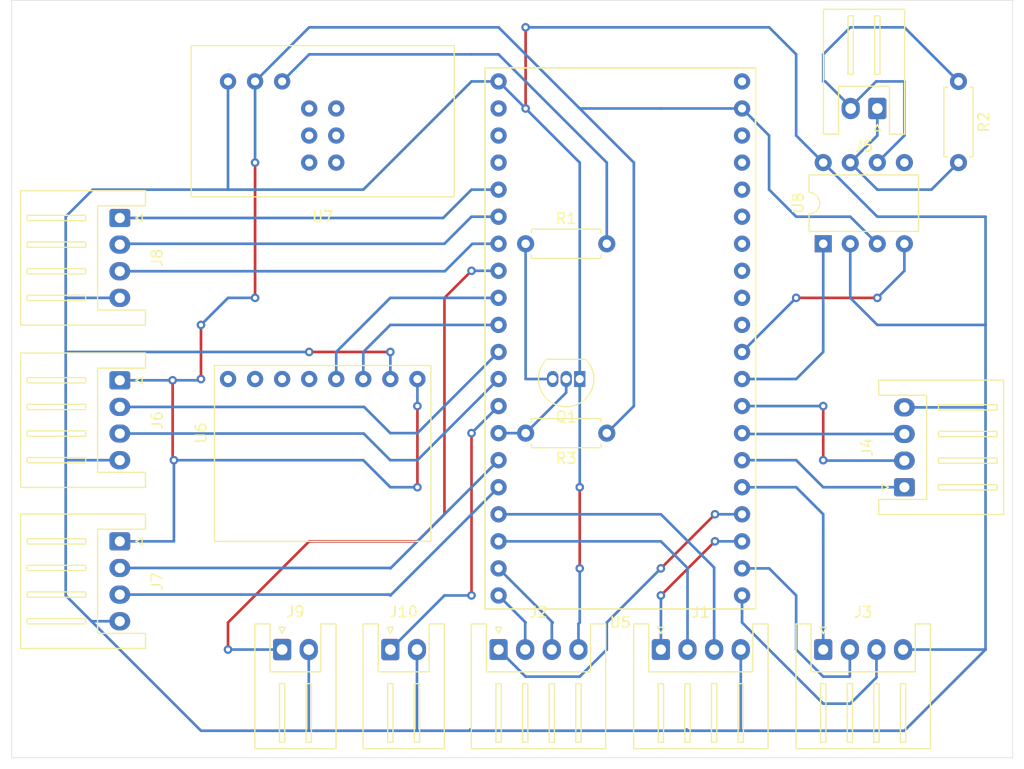
<source format=kicad_pcb>
(kicad_pcb (version 20171130) (host pcbnew "(5.1.2)-2")

  (general
    (thickness 1.6)
    (drawings 4)
    (tracks 260)
    (zones 0)
    (modules 18)
    (nets 50)
  )

  (page A4)
  (layers
    (0 F.Cu signal)
    (31 B.Cu signal)
    (32 B.Adhes user)
    (33 F.Adhes user)
    (34 B.Paste user)
    (35 F.Paste user)
    (36 B.SilkS user)
    (37 F.SilkS user)
    (38 B.Mask user)
    (39 F.Mask user)
    (40 Dwgs.User user)
    (41 Cmts.User user)
    (42 Eco1.User user)
    (43 Eco2.User user)
    (44 Edge.Cuts user)
    (45 Margin user)
    (46 B.CrtYd user)
    (47 F.CrtYd user)
    (48 B.Fab user)
    (49 F.Fab user)
  )

  (setup
    (last_trace_width 0.25)
    (trace_clearance 0.2)
    (zone_clearance 0.508)
    (zone_45_only no)
    (trace_min 0.2)
    (via_size 0.8)
    (via_drill 0.4)
    (via_min_size 0.4)
    (via_min_drill 0.3)
    (uvia_size 0.3)
    (uvia_drill 0.1)
    (uvias_allowed no)
    (uvia_min_size 0.2)
    (uvia_min_drill 0.1)
    (edge_width 0.05)
    (segment_width 0.2)
    (pcb_text_width 0.3)
    (pcb_text_size 1.5 1.5)
    (mod_edge_width 0.12)
    (mod_text_size 1 1)
    (mod_text_width 0.15)
    (pad_size 1.524 1.524)
    (pad_drill 0.762)
    (pad_to_mask_clearance 0.051)
    (solder_mask_min_width 0.25)
    (aux_axis_origin 0 0)
    (visible_elements 7FFFFFFF)
    (pcbplotparams
      (layerselection 0x010fc_ffffffff)
      (usegerberextensions false)
      (usegerberattributes false)
      (usegerberadvancedattributes false)
      (creategerberjobfile false)
      (excludeedgelayer true)
      (linewidth 0.100000)
      (plotframeref false)
      (viasonmask false)
      (mode 1)
      (useauxorigin false)
      (hpglpennumber 1)
      (hpglpenspeed 20)
      (hpglpendiameter 15.000000)
      (psnegative false)
      (psa4output false)
      (plotreference true)
      (plotvalue true)
      (plotinvisibletext false)
      (padsonsilk false)
      (subtractmaskfromsilk false)
      (outputformat 1)
      (mirror false)
      (drillshape 1)
      (scaleselection 1)
      (outputdirectory ""))
  )

  (net 0 "")
  (net 1 Serial_rx)
  (net 2 "Net-(Q1-Pad3)")
  (net 3 GND)
  (net 4 "Net-(R1-Pad2)")
  (net 5 +5V)
  (net 6 CAN_H)
  (net 7 CAN_L)
  (net 8 IO_1A)
  (net 9 IO_1B)
  (net 10 PWM_1)
  (net 11 PWM_2)
  (net 12 IO_2B)
  (net 13 IO_2A)
  (net 14 PWM_3)
  (net 15 IO_3B)
  (net 16 IO_3A)
  (net 17 IO_4A)
  (net 18 IO_4B)
  (net 19 PWM_4)
  (net 20 "Net-(U5-Pad2)")
  (net 21 "Net-(U5-Pad3)")
  (net 22 "Net-(U5-Pad4)")
  (net 23 I2C_sda)
  (net 24 I2C_scl)
  (net 25 CAN_rd)
  (net 26 CAN_td)
  (net 27 "Net-(U5-Pad31)")
  (net 28 "Net-(U5-Pad32)")
  (net 29 "Net-(U5-Pad33)")
  (net 30 "Net-(U5-Pad34)")
  (net 31 "Net-(U5-Pad35)")
  (net 32 "Net-(U5-Pad36)")
  (net 33 "Net-(U5-Pad37)")
  (net 34 "Net-(U5-Pad38)")
  (net 35 "Net-(U5-Pad40)")
  (net 36 "Net-(U6-Pad5)")
  (net 37 "Net-(U6-Pad6)")
  (net 38 "Net-(U6-Pad7)")
  (net 39 "Net-(U6-Pad8)")
  (net 40 "Net-(U8-Pad5)")
  (net 41 enc_X_a)
  (net 42 enc_X_b)
  (net 43 enc_Y_b)
  (net 44 enc_Y_a)
  (net 45 led_Red)
  (net 46 led_Green)
  (net 47 led_Blue)
  (net 48 sub_sw)
  (net 49 sub_sw2)

  (net_class Default "これはデフォルトのネット クラスです。"
    (clearance 0.2)
    (trace_width 0.25)
    (via_dia 0.8)
    (via_drill 0.4)
    (uvia_dia 0.3)
    (uvia_drill 0.1)
    (add_net +5V)
    (add_net CAN_H)
    (add_net CAN_L)
    (add_net CAN_rd)
    (add_net CAN_td)
    (add_net GND)
    (add_net I2C_scl)
    (add_net I2C_sda)
    (add_net IO_1A)
    (add_net IO_1B)
    (add_net IO_2A)
    (add_net IO_2B)
    (add_net IO_3A)
    (add_net IO_3B)
    (add_net IO_4A)
    (add_net IO_4B)
    (add_net "Net-(Q1-Pad3)")
    (add_net "Net-(R1-Pad2)")
    (add_net "Net-(U5-Pad2)")
    (add_net "Net-(U5-Pad3)")
    (add_net "Net-(U5-Pad31)")
    (add_net "Net-(U5-Pad32)")
    (add_net "Net-(U5-Pad33)")
    (add_net "Net-(U5-Pad34)")
    (add_net "Net-(U5-Pad35)")
    (add_net "Net-(U5-Pad36)")
    (add_net "Net-(U5-Pad37)")
    (add_net "Net-(U5-Pad38)")
    (add_net "Net-(U5-Pad4)")
    (add_net "Net-(U5-Pad40)")
    (add_net "Net-(U6-Pad5)")
    (add_net "Net-(U6-Pad6)")
    (add_net "Net-(U6-Pad7)")
    (add_net "Net-(U6-Pad8)")
    (add_net "Net-(U8-Pad5)")
    (add_net PWM_1)
    (add_net PWM_2)
    (add_net PWM_3)
    (add_net PWM_4)
    (add_net Serial_rx)
    (add_net enc_X_a)
    (add_net enc_X_b)
    (add_net enc_Y_a)
    (add_net enc_Y_b)
    (add_net led_Blue)
    (add_net led_Green)
    (add_net led_Red)
    (add_net sub_sw)
    (add_net sub_sw2)
  )

  (module Connector_JST:JST_XH_S2B-XH-A_1x02_P2.50mm_Horizontal (layer F.Cu) (tedit 5C281475) (tstamp 5D7AF444)
    (at 177.8 73.66 180)
    (descr "JST XH series connector, S2B-XH-A (http://www.jst-mfg.com/product/pdf/eng/eXH.pdf), generated with kicad-footprint-generator")
    (tags "connector JST XH horizontal")
    (path /5D2671AB)
    (fp_text reference J5 (at 1.25 -3.55) (layer F.SilkS)
      (effects (font (size 1 1) (thickness 0.15)))
    )
    (fp_text value Conn_01x02_Male (at 1.25 4.6) (layer F.Fab)
      (effects (font (size 1 1) (thickness 0.15)))
    )
    (fp_text user %R (at 1.25 2.7) (layer F.Fab)
      (effects (font (size 1 1) (thickness 0.15)))
    )
    (fp_line (start 0 1.2) (end 0.625 2.2) (layer F.Fab) (width 0.1))
    (fp_line (start -0.625 2.2) (end 0 1.2) (layer F.Fab) (width 0.1))
    (fp_line (start 0.3 -2.1) (end 0 -1.5) (layer F.SilkS) (width 0.12))
    (fp_line (start -0.3 -2.1) (end 0.3 -2.1) (layer F.SilkS) (width 0.12))
    (fp_line (start 0 -1.5) (end -0.3 -2.1) (layer F.SilkS) (width 0.12))
    (fp_line (start 2.75 3.2) (end 2.25 3.2) (layer F.SilkS) (width 0.12))
    (fp_line (start 2.75 8.7) (end 2.75 3.2) (layer F.SilkS) (width 0.12))
    (fp_line (start 2.25 8.7) (end 2.75 8.7) (layer F.SilkS) (width 0.12))
    (fp_line (start 2.25 3.2) (end 2.25 8.7) (layer F.SilkS) (width 0.12))
    (fp_line (start 0.25 3.2) (end -0.25 3.2) (layer F.SilkS) (width 0.12))
    (fp_line (start 0.25 8.7) (end 0.25 3.2) (layer F.SilkS) (width 0.12))
    (fp_line (start -0.25 8.7) (end 0.25 8.7) (layer F.SilkS) (width 0.12))
    (fp_line (start -0.25 3.2) (end -0.25 8.7) (layer F.SilkS) (width 0.12))
    (fp_line (start 3.75 2.2) (end 1.25 2.2) (layer F.Fab) (width 0.1))
    (fp_line (start 3.75 -2.3) (end 3.75 2.2) (layer F.Fab) (width 0.1))
    (fp_line (start 4.95 -2.3) (end 3.75 -2.3) (layer F.Fab) (width 0.1))
    (fp_line (start 4.95 9.2) (end 4.95 -2.3) (layer F.Fab) (width 0.1))
    (fp_line (start 1.25 9.2) (end 4.95 9.2) (layer F.Fab) (width 0.1))
    (fp_line (start -1.25 2.2) (end 1.25 2.2) (layer F.Fab) (width 0.1))
    (fp_line (start -1.25 -2.3) (end -1.25 2.2) (layer F.Fab) (width 0.1))
    (fp_line (start -2.45 -2.3) (end -1.25 -2.3) (layer F.Fab) (width 0.1))
    (fp_line (start -2.45 9.2) (end -2.45 -2.3) (layer F.Fab) (width 0.1))
    (fp_line (start 1.25 9.2) (end -2.45 9.2) (layer F.Fab) (width 0.1))
    (fp_line (start 3.64 2.09) (end 1.25 2.09) (layer F.SilkS) (width 0.12))
    (fp_line (start 3.64 -2.41) (end 3.64 2.09) (layer F.SilkS) (width 0.12))
    (fp_line (start 5.06 -2.41) (end 3.64 -2.41) (layer F.SilkS) (width 0.12))
    (fp_line (start 5.06 9.31) (end 5.06 -2.41) (layer F.SilkS) (width 0.12))
    (fp_line (start 1.25 9.31) (end 5.06 9.31) (layer F.SilkS) (width 0.12))
    (fp_line (start -1.14 2.09) (end 1.25 2.09) (layer F.SilkS) (width 0.12))
    (fp_line (start -1.14 -2.41) (end -1.14 2.09) (layer F.SilkS) (width 0.12))
    (fp_line (start -2.56 -2.41) (end -1.14 -2.41) (layer F.SilkS) (width 0.12))
    (fp_line (start -2.56 9.31) (end -2.56 -2.41) (layer F.SilkS) (width 0.12))
    (fp_line (start 1.25 9.31) (end -2.56 9.31) (layer F.SilkS) (width 0.12))
    (fp_line (start 5.45 -2.8) (end -2.95 -2.8) (layer F.CrtYd) (width 0.05))
    (fp_line (start 5.45 9.7) (end 5.45 -2.8) (layer F.CrtYd) (width 0.05))
    (fp_line (start -2.95 9.7) (end 5.45 9.7) (layer F.CrtYd) (width 0.05))
    (fp_line (start -2.95 -2.8) (end -2.95 9.7) (layer F.CrtYd) (width 0.05))
    (pad 2 thru_hole oval (at 2.5 0 180) (size 1.7 2) (drill 1) (layers *.Cu *.Mask)
      (net 7 CAN_L))
    (pad 1 thru_hole roundrect (at 0 0 180) (size 1.7 2) (drill 1) (layers *.Cu *.Mask) (roundrect_rratio 0.147059)
      (net 6 CAN_H))
    (model ${KISYS3DMOD}/Connector_JST.3dshapes/JST_XH_S2B-XH-A_1x02_P2.50mm_Horizontal.wrl
      (at (xyz 0 0 0))
      (scale (xyz 1 1 1))
      (rotate (xyz 0 0 0))
    )
  )

  (module Connector_JST:JST_XH_S2B-XH-A_1x02_P2.50mm_Horizontal (layer F.Cu) (tedit 5C281475) (tstamp 5D7AF4BD)
    (at 132.08 124.46)
    (descr "JST XH series connector, S2B-XH-A (http://www.jst-mfg.com/product/pdf/eng/eXH.pdf), generated with kicad-footprint-generator")
    (tags "connector JST XH horizontal")
    (path /5D7B5860)
    (fp_text reference J10 (at 1.25 -3.55) (layer F.SilkS)
      (effects (font (size 1 1) (thickness 0.15)))
    )
    (fp_text value Conn_01x02_Male (at 1.25 4.6) (layer F.Fab)
      (effects (font (size 1 1) (thickness 0.15)))
    )
    (fp_text user %R (at 1.25 2.7) (layer F.Fab)
      (effects (font (size 1 1) (thickness 0.15)))
    )
    (fp_line (start 0 1.2) (end 0.625 2.2) (layer F.Fab) (width 0.1))
    (fp_line (start -0.625 2.2) (end 0 1.2) (layer F.Fab) (width 0.1))
    (fp_line (start 0.3 -2.1) (end 0 -1.5) (layer F.SilkS) (width 0.12))
    (fp_line (start -0.3 -2.1) (end 0.3 -2.1) (layer F.SilkS) (width 0.12))
    (fp_line (start 0 -1.5) (end -0.3 -2.1) (layer F.SilkS) (width 0.12))
    (fp_line (start 2.75 3.2) (end 2.25 3.2) (layer F.SilkS) (width 0.12))
    (fp_line (start 2.75 8.7) (end 2.75 3.2) (layer F.SilkS) (width 0.12))
    (fp_line (start 2.25 8.7) (end 2.75 8.7) (layer F.SilkS) (width 0.12))
    (fp_line (start 2.25 3.2) (end 2.25 8.7) (layer F.SilkS) (width 0.12))
    (fp_line (start 0.25 3.2) (end -0.25 3.2) (layer F.SilkS) (width 0.12))
    (fp_line (start 0.25 8.7) (end 0.25 3.2) (layer F.SilkS) (width 0.12))
    (fp_line (start -0.25 8.7) (end 0.25 8.7) (layer F.SilkS) (width 0.12))
    (fp_line (start -0.25 3.2) (end -0.25 8.7) (layer F.SilkS) (width 0.12))
    (fp_line (start 3.75 2.2) (end 1.25 2.2) (layer F.Fab) (width 0.1))
    (fp_line (start 3.75 -2.3) (end 3.75 2.2) (layer F.Fab) (width 0.1))
    (fp_line (start 4.95 -2.3) (end 3.75 -2.3) (layer F.Fab) (width 0.1))
    (fp_line (start 4.95 9.2) (end 4.95 -2.3) (layer F.Fab) (width 0.1))
    (fp_line (start 1.25 9.2) (end 4.95 9.2) (layer F.Fab) (width 0.1))
    (fp_line (start -1.25 2.2) (end 1.25 2.2) (layer F.Fab) (width 0.1))
    (fp_line (start -1.25 -2.3) (end -1.25 2.2) (layer F.Fab) (width 0.1))
    (fp_line (start -2.45 -2.3) (end -1.25 -2.3) (layer F.Fab) (width 0.1))
    (fp_line (start -2.45 9.2) (end -2.45 -2.3) (layer F.Fab) (width 0.1))
    (fp_line (start 1.25 9.2) (end -2.45 9.2) (layer F.Fab) (width 0.1))
    (fp_line (start 3.64 2.09) (end 1.25 2.09) (layer F.SilkS) (width 0.12))
    (fp_line (start 3.64 -2.41) (end 3.64 2.09) (layer F.SilkS) (width 0.12))
    (fp_line (start 5.06 -2.41) (end 3.64 -2.41) (layer F.SilkS) (width 0.12))
    (fp_line (start 5.06 9.31) (end 5.06 -2.41) (layer F.SilkS) (width 0.12))
    (fp_line (start 1.25 9.31) (end 5.06 9.31) (layer F.SilkS) (width 0.12))
    (fp_line (start -1.14 2.09) (end 1.25 2.09) (layer F.SilkS) (width 0.12))
    (fp_line (start -1.14 -2.41) (end -1.14 2.09) (layer F.SilkS) (width 0.12))
    (fp_line (start -2.56 -2.41) (end -1.14 -2.41) (layer F.SilkS) (width 0.12))
    (fp_line (start -2.56 9.31) (end -2.56 -2.41) (layer F.SilkS) (width 0.12))
    (fp_line (start 1.25 9.31) (end -2.56 9.31) (layer F.SilkS) (width 0.12))
    (fp_line (start 5.45 -2.8) (end -2.95 -2.8) (layer F.CrtYd) (width 0.05))
    (fp_line (start 5.45 9.7) (end 5.45 -2.8) (layer F.CrtYd) (width 0.05))
    (fp_line (start -2.95 9.7) (end 5.45 9.7) (layer F.CrtYd) (width 0.05))
    (fp_line (start -2.95 -2.8) (end -2.95 9.7) (layer F.CrtYd) (width 0.05))
    (pad 2 thru_hole oval (at 2.5 0) (size 1.7 2) (drill 1) (layers *.Cu *.Mask)
      (net 3 GND))
    (pad 1 thru_hole roundrect (at 0 0) (size 1.7 2) (drill 1) (layers *.Cu *.Mask) (roundrect_rratio 0.147059)
      (net 49 sub_sw2))
    (model ${KISYS3DMOD}/Connector_JST.3dshapes/JST_XH_S2B-XH-A_1x02_P2.50mm_Horizontal.wrl
      (at (xyz 0 0 0))
      (scale (xyz 1 1 1))
      (rotate (xyz 0 0 0))
    )
  )

  (module Connector_JST:JST_XH_S2B-XH-A_1x02_P2.50mm_Horizontal (layer F.Cu) (tedit 5C281475) (tstamp 5D7AF494)
    (at 121.92 124.46)
    (descr "JST XH series connector, S2B-XH-A (http://www.jst-mfg.com/product/pdf/eng/eXH.pdf), generated with kicad-footprint-generator")
    (tags "connector JST XH horizontal")
    (path /5D7B3824)
    (fp_text reference J9 (at 1.25 -3.55) (layer F.SilkS)
      (effects (font (size 1 1) (thickness 0.15)))
    )
    (fp_text value Conn_01x02_Male (at 1.25 4.6) (layer F.Fab)
      (effects (font (size 1 1) (thickness 0.15)))
    )
    (fp_text user %R (at 1.25 2.7) (layer F.Fab)
      (effects (font (size 1 1) (thickness 0.15)))
    )
    (fp_line (start 0 1.2) (end 0.625 2.2) (layer F.Fab) (width 0.1))
    (fp_line (start -0.625 2.2) (end 0 1.2) (layer F.Fab) (width 0.1))
    (fp_line (start 0.3 -2.1) (end 0 -1.5) (layer F.SilkS) (width 0.12))
    (fp_line (start -0.3 -2.1) (end 0.3 -2.1) (layer F.SilkS) (width 0.12))
    (fp_line (start 0 -1.5) (end -0.3 -2.1) (layer F.SilkS) (width 0.12))
    (fp_line (start 2.75 3.2) (end 2.25 3.2) (layer F.SilkS) (width 0.12))
    (fp_line (start 2.75 8.7) (end 2.75 3.2) (layer F.SilkS) (width 0.12))
    (fp_line (start 2.25 8.7) (end 2.75 8.7) (layer F.SilkS) (width 0.12))
    (fp_line (start 2.25 3.2) (end 2.25 8.7) (layer F.SilkS) (width 0.12))
    (fp_line (start 0.25 3.2) (end -0.25 3.2) (layer F.SilkS) (width 0.12))
    (fp_line (start 0.25 8.7) (end 0.25 3.2) (layer F.SilkS) (width 0.12))
    (fp_line (start -0.25 8.7) (end 0.25 8.7) (layer F.SilkS) (width 0.12))
    (fp_line (start -0.25 3.2) (end -0.25 8.7) (layer F.SilkS) (width 0.12))
    (fp_line (start 3.75 2.2) (end 1.25 2.2) (layer F.Fab) (width 0.1))
    (fp_line (start 3.75 -2.3) (end 3.75 2.2) (layer F.Fab) (width 0.1))
    (fp_line (start 4.95 -2.3) (end 3.75 -2.3) (layer F.Fab) (width 0.1))
    (fp_line (start 4.95 9.2) (end 4.95 -2.3) (layer F.Fab) (width 0.1))
    (fp_line (start 1.25 9.2) (end 4.95 9.2) (layer F.Fab) (width 0.1))
    (fp_line (start -1.25 2.2) (end 1.25 2.2) (layer F.Fab) (width 0.1))
    (fp_line (start -1.25 -2.3) (end -1.25 2.2) (layer F.Fab) (width 0.1))
    (fp_line (start -2.45 -2.3) (end -1.25 -2.3) (layer F.Fab) (width 0.1))
    (fp_line (start -2.45 9.2) (end -2.45 -2.3) (layer F.Fab) (width 0.1))
    (fp_line (start 1.25 9.2) (end -2.45 9.2) (layer F.Fab) (width 0.1))
    (fp_line (start 3.64 2.09) (end 1.25 2.09) (layer F.SilkS) (width 0.12))
    (fp_line (start 3.64 -2.41) (end 3.64 2.09) (layer F.SilkS) (width 0.12))
    (fp_line (start 5.06 -2.41) (end 3.64 -2.41) (layer F.SilkS) (width 0.12))
    (fp_line (start 5.06 9.31) (end 5.06 -2.41) (layer F.SilkS) (width 0.12))
    (fp_line (start 1.25 9.31) (end 5.06 9.31) (layer F.SilkS) (width 0.12))
    (fp_line (start -1.14 2.09) (end 1.25 2.09) (layer F.SilkS) (width 0.12))
    (fp_line (start -1.14 -2.41) (end -1.14 2.09) (layer F.SilkS) (width 0.12))
    (fp_line (start -2.56 -2.41) (end -1.14 -2.41) (layer F.SilkS) (width 0.12))
    (fp_line (start -2.56 9.31) (end -2.56 -2.41) (layer F.SilkS) (width 0.12))
    (fp_line (start 1.25 9.31) (end -2.56 9.31) (layer F.SilkS) (width 0.12))
    (fp_line (start 5.45 -2.8) (end -2.95 -2.8) (layer F.CrtYd) (width 0.05))
    (fp_line (start 5.45 9.7) (end 5.45 -2.8) (layer F.CrtYd) (width 0.05))
    (fp_line (start -2.95 9.7) (end 5.45 9.7) (layer F.CrtYd) (width 0.05))
    (fp_line (start -2.95 -2.8) (end -2.95 9.7) (layer F.CrtYd) (width 0.05))
    (pad 2 thru_hole oval (at 2.5 0) (size 1.7 2) (drill 1) (layers *.Cu *.Mask)
      (net 3 GND))
    (pad 1 thru_hole roundrect (at 0 0) (size 1.7 2) (drill 1) (layers *.Cu *.Mask) (roundrect_rratio 0.147059)
      (net 48 sub_sw))
    (model ${KISYS3DMOD}/Connector_JST.3dshapes/JST_XH_S2B-XH-A_1x02_P2.50mm_Horizontal.wrl
      (at (xyz 0 0 0))
      (scale (xyz 1 1 1))
      (rotate (xyz 0 0 0))
    )
  )

  (module MyFootprint:LPC1768 (layer F.Cu) (tedit 5D2532FC) (tstamp 5D265AAF)
    (at 153.67 95.25)
    (path /5D16AC0C)
    (fp_text reference U5 (at 0 26.67) (layer F.SilkS)
      (effects (font (size 1 1) (thickness 0.15)))
    )
    (fp_text value LPC1768 (at 0 -26.67) (layer F.Fab)
      (effects (font (size 1 1) (thickness 0.15)))
    )
    (fp_line (start -12.7 -25.4) (end -12.7 25.4) (layer F.SilkS) (width 0.15))
    (fp_line (start -12.7 25.4) (end 12.7 25.4) (layer F.SilkS) (width 0.15))
    (fp_line (start 12.7 25.4) (end 12.7 -25.4) (layer F.SilkS) (width 0.15))
    (fp_line (start 12.7 -25.4) (end -12.7 -25.4) (layer F.SilkS) (width 0.15))
    (pad 1 thru_hole circle (at -11.43 -24.13) (size 1.524 1.524) (drill 0.762) (layers *.Cu *.Mask)
      (net 3 GND))
    (pad 2 thru_hole circle (at -11.43 -21.59) (size 1.524 1.524) (drill 0.762) (layers *.Cu *.Mask)
      (net 20 "Net-(U5-Pad2)"))
    (pad 3 thru_hole circle (at -11.43 -19.05) (size 1.524 1.524) (drill 0.762) (layers *.Cu *.Mask)
      (net 21 "Net-(U5-Pad3)"))
    (pad 4 thru_hole circle (at -11.43 -16.51) (size 1.524 1.524) (drill 0.762) (layers *.Cu *.Mask)
      (net 22 "Net-(U5-Pad4)"))
    (pad 5 thru_hole circle (at -11.43 -13.97) (size 1.524 1.524) (drill 0.762) (layers *.Cu *.Mask)
      (net 45 led_Red))
    (pad 6 thru_hole circle (at -11.43 -11.43) (size 1.524 1.524) (drill 0.762) (layers *.Cu *.Mask)
      (net 46 led_Green))
    (pad 7 thru_hole circle (at -11.43 -8.89) (size 1.524 1.524) (drill 0.762) (layers *.Cu *.Mask)
      (net 47 led_Blue))
    (pad 8 thru_hole circle (at -11.43 -6.35) (size 1.524 1.524) (drill 0.762) (layers *.Cu *.Mask)
      (net 48 sub_sw))
    (pad 9 thru_hole circle (at -11.43 -3.81) (size 1.524 1.524) (drill 0.762) (layers *.Cu *.Mask)
      (net 23 I2C_sda))
    (pad 10 thru_hole circle (at -11.43 -1.27) (size 1.524 1.524) (drill 0.762) (layers *.Cu *.Mask)
      (net 24 I2C_scl))
    (pad 11 thru_hole circle (at -11.43 1.27) (size 1.524 1.524) (drill 0.762) (layers *.Cu *.Mask)
      (net 42 enc_X_b))
    (pad 12 thru_hole circle (at -11.43 3.81) (size 1.524 1.524) (drill 0.762) (layers *.Cu *.Mask)
      (net 41 enc_X_a))
    (pad 13 thru_hole circle (at -11.43 6.35) (size 1.524 1.524) (drill 0.762) (layers *.Cu *.Mask)
      (net 49 sub_sw2))
    (pad 14 thru_hole circle (at -11.43 8.89) (size 1.524 1.524) (drill 0.762) (layers *.Cu *.Mask)
      (net 1 Serial_rx))
    (pad 15 thru_hole circle (at -11.43 11.43) (size 1.524 1.524) (drill 0.762) (layers *.Cu *.Mask)
      (net 43 enc_Y_b))
    (pad 16 thru_hole circle (at -11.43 13.97) (size 1.524 1.524) (drill 0.762) (layers *.Cu *.Mask)
      (net 44 enc_Y_a))
    (pad 17 thru_hole circle (at -11.43 16.51) (size 1.524 1.524) (drill 0.762) (layers *.Cu *.Mask)
      (net 8 IO_1A))
    (pad 18 thru_hole circle (at -11.43 19.05) (size 1.524 1.524) (drill 0.762) (layers *.Cu *.Mask)
      (net 9 IO_1B))
    (pad 19 thru_hole circle (at -11.43 21.59) (size 1.524 1.524) (drill 0.762) (layers *.Cu *.Mask)
      (net 13 IO_2A))
    (pad 20 thru_hole circle (at -11.43 24.13) (size 1.524 1.524) (drill 0.762) (layers *.Cu *.Mask)
      (net 12 IO_2B))
    (pad 21 thru_hole circle (at 11.43 24.13) (size 1.524 1.524) (drill 0.762) (layers *.Cu *.Mask)
      (net 16 IO_3A))
    (pad 22 thru_hole circle (at 11.43 21.59) (size 1.524 1.524) (drill 0.762) (layers *.Cu *.Mask)
      (net 15 IO_3B))
    (pad 23 thru_hole circle (at 11.43 19.05) (size 1.524 1.524) (drill 0.762) (layers *.Cu *.Mask)
      (net 10 PWM_1))
    (pad 24 thru_hole circle (at 11.43 16.51) (size 1.524 1.524) (drill 0.762) (layers *.Cu *.Mask)
      (net 11 PWM_2))
    (pad 25 thru_hole circle (at 11.43 13.97) (size 1.524 1.524) (drill 0.762) (layers *.Cu *.Mask)
      (net 14 PWM_3))
    (pad 26 thru_hole circle (at 11.43 11.43) (size 1.524 1.524) (drill 0.762) (layers *.Cu *.Mask)
      (net 19 PWM_4))
    (pad 27 thru_hole circle (at 11.43 8.89) (size 1.524 1.524) (drill 0.762) (layers *.Cu *.Mask)
      (net 17 IO_4A))
    (pad 28 thru_hole circle (at 11.43 6.35) (size 1.524 1.524) (drill 0.762) (layers *.Cu *.Mask)
      (net 18 IO_4B))
    (pad 29 thru_hole circle (at 11.43 3.81) (size 1.524 1.524) (drill 0.762) (layers *.Cu *.Mask)
      (net 26 CAN_td))
    (pad 30 thru_hole circle (at 11.43 1.27) (size 1.524 1.524) (drill 0.762) (layers *.Cu *.Mask)
      (net 25 CAN_rd))
    (pad 31 thru_hole circle (at 11.43 -1.27) (size 1.524 1.524) (drill 0.762) (layers *.Cu *.Mask)
      (net 27 "Net-(U5-Pad31)"))
    (pad 32 thru_hole circle (at 11.43 -3.81) (size 1.524 1.524) (drill 0.762) (layers *.Cu *.Mask)
      (net 28 "Net-(U5-Pad32)"))
    (pad 33 thru_hole circle (at 11.43 -6.35) (size 1.524 1.524) (drill 0.762) (layers *.Cu *.Mask)
      (net 29 "Net-(U5-Pad33)"))
    (pad 34 thru_hole circle (at 11.43 -8.89) (size 1.524 1.524) (drill 0.762) (layers *.Cu *.Mask)
      (net 30 "Net-(U5-Pad34)"))
    (pad 35 thru_hole circle (at 11.43 -11.43) (size 1.524 1.524) (drill 0.762) (layers *.Cu *.Mask)
      (net 31 "Net-(U5-Pad35)"))
    (pad 36 thru_hole circle (at 11.43 -13.97) (size 1.524 1.524) (drill 0.762) (layers *.Cu *.Mask)
      (net 32 "Net-(U5-Pad36)"))
    (pad 37 thru_hole circle (at 11.43 -16.51) (size 1.524 1.524) (drill 0.762) (layers *.Cu *.Mask)
      (net 33 "Net-(U5-Pad37)"))
    (pad 38 thru_hole circle (at 11.43 -19.05) (size 1.524 1.524) (drill 0.762) (layers *.Cu *.Mask)
      (net 34 "Net-(U5-Pad38)"))
    (pad 39 thru_hole circle (at 11.43 -21.59) (size 1.524 1.524) (drill 0.762) (layers *.Cu *.Mask)
      (net 5 +5V))
    (pad 40 thru_hole circle (at 11.43 -24.13) (size 1.524 1.524) (drill 0.762) (layers *.Cu *.Mask)
      (net 35 "Net-(U5-Pad40)"))
    (model ${KIPRJMOD}/lib/packges3d/lpc1768.wrl
      (offset (xyz 0 0 11))
      (scale (xyz 394 394 394))
      (rotate (xyz -90 0 180))
    )
  )

  (module Package_TO_SOT_THT:TO-92_Inline (layer F.Cu) (tedit 5A1DD157) (tstamp 5D14D11E)
    (at 149.86 99.06 180)
    (descr "TO-92 leads in-line, narrow, oval pads, drill 0.75mm (see NXP sot054_po.pdf)")
    (tags "to-92 sc-43 sc-43a sot54 PA33 transistor")
    (path /5D16B01A)
    (fp_text reference Q1 (at 1.27 -3.56) (layer F.SilkS)
      (effects (font (size 1 1) (thickness 0.15)))
    )
    (fp_text value 2SC1815 (at 1.27 2.79) (layer F.Fab)
      (effects (font (size 1 1) (thickness 0.15)))
    )
    (fp_arc (start 1.27 0) (end 1.27 -2.6) (angle 135) (layer F.SilkS) (width 0.12))
    (fp_arc (start 1.27 0) (end 1.27 -2.48) (angle -135) (layer F.Fab) (width 0.1))
    (fp_arc (start 1.27 0) (end 1.27 -2.6) (angle -135) (layer F.SilkS) (width 0.12))
    (fp_arc (start 1.27 0) (end 1.27 -2.48) (angle 135) (layer F.Fab) (width 0.1))
    (fp_line (start 4 2.01) (end -1.46 2.01) (layer F.CrtYd) (width 0.05))
    (fp_line (start 4 2.01) (end 4 -2.73) (layer F.CrtYd) (width 0.05))
    (fp_line (start -1.46 -2.73) (end -1.46 2.01) (layer F.CrtYd) (width 0.05))
    (fp_line (start -1.46 -2.73) (end 4 -2.73) (layer F.CrtYd) (width 0.05))
    (fp_line (start -0.5 1.75) (end 3 1.75) (layer F.Fab) (width 0.1))
    (fp_line (start -0.53 1.85) (end 3.07 1.85) (layer F.SilkS) (width 0.12))
    (fp_text user %R (at 1.27 -3.56) (layer F.Fab)
      (effects (font (size 1 1) (thickness 0.15)))
    )
    (pad 1 thru_hole rect (at 0 0 180) (size 1.05 1.5) (drill 0.75) (layers *.Cu *.Mask)
      (net 3 GND))
    (pad 3 thru_hole oval (at 2.54 0 180) (size 1.05 1.5) (drill 0.75) (layers *.Cu *.Mask)
      (net 2 "Net-(Q1-Pad3)"))
    (pad 2 thru_hole oval (at 1.27 0 180) (size 1.05 1.5) (drill 0.75) (layers *.Cu *.Mask)
      (net 1 Serial_rx))
    (model ${KISYS3DMOD}/Package_TO_SOT_THT.3dshapes/TO-92_Inline.wrl
      (at (xyz 0 0 0))
      (scale (xyz 1 1 1))
      (rotate (xyz 0 0 0))
    )
  )

  (module MyFootprint:R3008SB (layer F.Cu) (tedit 5D5B2C75) (tstamp 5D5B4941)
    (at 125.73 73.66)
    (path /5D1489FE)
    (fp_text reference U7 (at 0 10.16) (layer F.SilkS)
      (effects (font (size 1 1) (thickness 0.15)))
    )
    (fp_text value R3008SB (at 0 -7.62) (layer F.Fab)
      (effects (font (size 1 1) (thickness 0.15)))
    )
    (fp_line (start 12.35 -5.9) (end -12.35 -5.9) (layer F.SilkS) (width 0.12))
    (fp_line (start -12.35 8.3) (end 12.35 8.3) (layer F.SilkS) (width 0.12))
    (fp_line (start -12.35 -5.9) (end -12.35 8.3) (layer F.SilkS) (width 0.12))
    (fp_line (start 12.35 8.3) (end 12.35 -5.9) (layer F.SilkS) (width 0.12))
    (pad "" thru_hole circle (at 1.27 2.54) (size 1.524 1.524) (drill 0.762) (layers *.Cu *.Mask))
    (pad "" thru_hole circle (at 1.27 0) (size 1.524 1.524) (drill 0.762) (layers *.Cu *.Mask))
    (pad "" thru_hole circle (at 1.27 5.08) (size 1.524 1.524) (drill 0.762) (layers *.Cu *.Mask))
    (pad "" thru_hole circle (at -1.27 5.08) (size 1.524 1.524) (drill 0.762) (layers *.Cu *.Mask))
    (pad "" thru_hole circle (at -1.27 2.54) (size 1.524 1.524) (drill 0.762) (layers *.Cu *.Mask))
    (pad "" thru_hole circle (at -1.27 0) (size 1.524 1.524) (drill 0.762) (layers *.Cu *.Mask))
    (pad 3 thru_hole circle (at -8.89 -2.54) (size 1.524 1.524) (drill 0.762) (layers *.Cu *.Mask)
      (net 3 GND))
    (pad 2 thru_hole circle (at -6.35 -2.54) (size 1.524 1.524) (drill 0.762) (layers *.Cu *.Mask)
      (net 5 +5V))
    (pad 1 thru_hole circle (at -3.81 -2.54) (size 1.524 1.524) (drill 0.762) (layers *.Cu *.Mask)
      (net 4 "Net-(R1-Pad2)"))
    (model ${KIPRJMOD}/lib/packges3d/r3008sb.wrl
      (offset (xyz 47.34 -14.4 29))
      (scale (xyz 394 394 394))
      (rotate (xyz 0 -90 -180))
    )
  )

  (module Connector_JST:JST_XH_S4B-XH-A_1x04_P2.50mm_Horizontal (layer F.Cu) (tedit 5C281475) (tstamp 5D26530E)
    (at 157.48 124.46)
    (descr "JST XH series connector, S4B-XH-A (http://www.jst-mfg.com/product/pdf/eng/eXH.pdf), generated with kicad-footprint-generator")
    (tags "connector JST XH horizontal")
    (path /5D260A05)
    (fp_text reference J1 (at 3.75 -3.5) (layer F.SilkS)
      (effects (font (size 1 1) (thickness 0.15)))
    )
    (fp_text value Conn_01x04_Male (at 3.75 10.4) (layer F.Fab)
      (effects (font (size 1 1) (thickness 0.15)))
    )
    (fp_text user %R (at 3.75 3.45) (layer F.Fab)
      (effects (font (size 1 1) (thickness 0.15)))
    )
    (fp_line (start 0 1.2) (end 0.625 2.2) (layer F.Fab) (width 0.1))
    (fp_line (start -0.625 2.2) (end 0 1.2) (layer F.Fab) (width 0.1))
    (fp_line (start 0.3 -2.1) (end 0 -1.5) (layer F.SilkS) (width 0.12))
    (fp_line (start -0.3 -2.1) (end 0.3 -2.1) (layer F.SilkS) (width 0.12))
    (fp_line (start 0 -1.5) (end -0.3 -2.1) (layer F.SilkS) (width 0.12))
    (fp_line (start 7.75 3.2) (end 7.25 3.2) (layer F.SilkS) (width 0.12))
    (fp_line (start 7.75 8.7) (end 7.75 3.2) (layer F.SilkS) (width 0.12))
    (fp_line (start 7.25 8.7) (end 7.75 8.7) (layer F.SilkS) (width 0.12))
    (fp_line (start 7.25 3.2) (end 7.25 8.7) (layer F.SilkS) (width 0.12))
    (fp_line (start 5.25 3.2) (end 4.75 3.2) (layer F.SilkS) (width 0.12))
    (fp_line (start 5.25 8.7) (end 5.25 3.2) (layer F.SilkS) (width 0.12))
    (fp_line (start 4.75 8.7) (end 5.25 8.7) (layer F.SilkS) (width 0.12))
    (fp_line (start 4.75 3.2) (end 4.75 8.7) (layer F.SilkS) (width 0.12))
    (fp_line (start 2.75 3.2) (end 2.25 3.2) (layer F.SilkS) (width 0.12))
    (fp_line (start 2.75 8.7) (end 2.75 3.2) (layer F.SilkS) (width 0.12))
    (fp_line (start 2.25 8.7) (end 2.75 8.7) (layer F.SilkS) (width 0.12))
    (fp_line (start 2.25 3.2) (end 2.25 8.7) (layer F.SilkS) (width 0.12))
    (fp_line (start 0.25 3.2) (end -0.25 3.2) (layer F.SilkS) (width 0.12))
    (fp_line (start 0.25 8.7) (end 0.25 3.2) (layer F.SilkS) (width 0.12))
    (fp_line (start -0.25 8.7) (end 0.25 8.7) (layer F.SilkS) (width 0.12))
    (fp_line (start -0.25 3.2) (end -0.25 8.7) (layer F.SilkS) (width 0.12))
    (fp_line (start 8.75 2.2) (end 3.75 2.2) (layer F.Fab) (width 0.1))
    (fp_line (start 8.75 -2.3) (end 8.75 2.2) (layer F.Fab) (width 0.1))
    (fp_line (start 9.95 -2.3) (end 8.75 -2.3) (layer F.Fab) (width 0.1))
    (fp_line (start 9.95 9.2) (end 9.95 -2.3) (layer F.Fab) (width 0.1))
    (fp_line (start 3.75 9.2) (end 9.95 9.2) (layer F.Fab) (width 0.1))
    (fp_line (start -1.25 2.2) (end 3.75 2.2) (layer F.Fab) (width 0.1))
    (fp_line (start -1.25 -2.3) (end -1.25 2.2) (layer F.Fab) (width 0.1))
    (fp_line (start -2.45 -2.3) (end -1.25 -2.3) (layer F.Fab) (width 0.1))
    (fp_line (start -2.45 9.2) (end -2.45 -2.3) (layer F.Fab) (width 0.1))
    (fp_line (start 3.75 9.2) (end -2.45 9.2) (layer F.Fab) (width 0.1))
    (fp_line (start 8.64 2.09) (end 3.75 2.09) (layer F.SilkS) (width 0.12))
    (fp_line (start 8.64 -2.41) (end 8.64 2.09) (layer F.SilkS) (width 0.12))
    (fp_line (start 10.06 -2.41) (end 8.64 -2.41) (layer F.SilkS) (width 0.12))
    (fp_line (start 10.06 9.31) (end 10.06 -2.41) (layer F.SilkS) (width 0.12))
    (fp_line (start 3.75 9.31) (end 10.06 9.31) (layer F.SilkS) (width 0.12))
    (fp_line (start -1.14 2.09) (end 3.75 2.09) (layer F.SilkS) (width 0.12))
    (fp_line (start -1.14 -2.41) (end -1.14 2.09) (layer F.SilkS) (width 0.12))
    (fp_line (start -2.56 -2.41) (end -1.14 -2.41) (layer F.SilkS) (width 0.12))
    (fp_line (start -2.56 9.31) (end -2.56 -2.41) (layer F.SilkS) (width 0.12))
    (fp_line (start 3.75 9.31) (end -2.56 9.31) (layer F.SilkS) (width 0.12))
    (fp_line (start 10.45 -2.8) (end -2.95 -2.8) (layer F.CrtYd) (width 0.05))
    (fp_line (start 10.45 9.7) (end 10.45 -2.8) (layer F.CrtYd) (width 0.05))
    (fp_line (start -2.95 9.7) (end 10.45 9.7) (layer F.CrtYd) (width 0.05))
    (fp_line (start -2.95 -2.8) (end -2.95 9.7) (layer F.CrtYd) (width 0.05))
    (pad 4 thru_hole oval (at 7.5 0) (size 1.7 1.95) (drill 0.95) (layers *.Cu *.Mask)
      (net 3 GND))
    (pad 3 thru_hole oval (at 5 0) (size 1.7 1.95) (drill 0.95) (layers *.Cu *.Mask)
      (net 8 IO_1A))
    (pad 2 thru_hole oval (at 2.5 0) (size 1.7 1.95) (drill 0.95) (layers *.Cu *.Mask)
      (net 9 IO_1B))
    (pad 1 thru_hole roundrect (at 0 0) (size 1.7 1.95) (drill 0.95) (layers *.Cu *.Mask) (roundrect_rratio 0.147059)
      (net 10 PWM_1))
    (model ${KISYS3DMOD}/Connector_JST.3dshapes/JST_XH_S4B-XH-A_1x04_P2.50mm_Horizontal.wrl
      (at (xyz 0 0 0))
      (scale (xyz 1 1 1))
      (rotate (xyz 0 0 0))
    )
  )

  (module Connector_JST:JST_XH_S4B-XH-A_1x04_P2.50mm_Horizontal (layer F.Cu) (tedit 5C281475) (tstamp 5D265344)
    (at 142.24 124.46)
    (descr "JST XH series connector, S4B-XH-A (http://www.jst-mfg.com/product/pdf/eng/eXH.pdf), generated with kicad-footprint-generator")
    (tags "connector JST XH horizontal")
    (path /5D262B6F)
    (fp_text reference J2 (at 3.75 -3.5) (layer F.SilkS)
      (effects (font (size 1 1) (thickness 0.15)))
    )
    (fp_text value Conn_01x04_Male (at 3.75 10.4) (layer F.Fab)
      (effects (font (size 1 1) (thickness 0.15)))
    )
    (fp_line (start -2.95 -2.8) (end -2.95 9.7) (layer F.CrtYd) (width 0.05))
    (fp_line (start -2.95 9.7) (end 10.45 9.7) (layer F.CrtYd) (width 0.05))
    (fp_line (start 10.45 9.7) (end 10.45 -2.8) (layer F.CrtYd) (width 0.05))
    (fp_line (start 10.45 -2.8) (end -2.95 -2.8) (layer F.CrtYd) (width 0.05))
    (fp_line (start 3.75 9.31) (end -2.56 9.31) (layer F.SilkS) (width 0.12))
    (fp_line (start -2.56 9.31) (end -2.56 -2.41) (layer F.SilkS) (width 0.12))
    (fp_line (start -2.56 -2.41) (end -1.14 -2.41) (layer F.SilkS) (width 0.12))
    (fp_line (start -1.14 -2.41) (end -1.14 2.09) (layer F.SilkS) (width 0.12))
    (fp_line (start -1.14 2.09) (end 3.75 2.09) (layer F.SilkS) (width 0.12))
    (fp_line (start 3.75 9.31) (end 10.06 9.31) (layer F.SilkS) (width 0.12))
    (fp_line (start 10.06 9.31) (end 10.06 -2.41) (layer F.SilkS) (width 0.12))
    (fp_line (start 10.06 -2.41) (end 8.64 -2.41) (layer F.SilkS) (width 0.12))
    (fp_line (start 8.64 -2.41) (end 8.64 2.09) (layer F.SilkS) (width 0.12))
    (fp_line (start 8.64 2.09) (end 3.75 2.09) (layer F.SilkS) (width 0.12))
    (fp_line (start 3.75 9.2) (end -2.45 9.2) (layer F.Fab) (width 0.1))
    (fp_line (start -2.45 9.2) (end -2.45 -2.3) (layer F.Fab) (width 0.1))
    (fp_line (start -2.45 -2.3) (end -1.25 -2.3) (layer F.Fab) (width 0.1))
    (fp_line (start -1.25 -2.3) (end -1.25 2.2) (layer F.Fab) (width 0.1))
    (fp_line (start -1.25 2.2) (end 3.75 2.2) (layer F.Fab) (width 0.1))
    (fp_line (start 3.75 9.2) (end 9.95 9.2) (layer F.Fab) (width 0.1))
    (fp_line (start 9.95 9.2) (end 9.95 -2.3) (layer F.Fab) (width 0.1))
    (fp_line (start 9.95 -2.3) (end 8.75 -2.3) (layer F.Fab) (width 0.1))
    (fp_line (start 8.75 -2.3) (end 8.75 2.2) (layer F.Fab) (width 0.1))
    (fp_line (start 8.75 2.2) (end 3.75 2.2) (layer F.Fab) (width 0.1))
    (fp_line (start -0.25 3.2) (end -0.25 8.7) (layer F.SilkS) (width 0.12))
    (fp_line (start -0.25 8.7) (end 0.25 8.7) (layer F.SilkS) (width 0.12))
    (fp_line (start 0.25 8.7) (end 0.25 3.2) (layer F.SilkS) (width 0.12))
    (fp_line (start 0.25 3.2) (end -0.25 3.2) (layer F.SilkS) (width 0.12))
    (fp_line (start 2.25 3.2) (end 2.25 8.7) (layer F.SilkS) (width 0.12))
    (fp_line (start 2.25 8.7) (end 2.75 8.7) (layer F.SilkS) (width 0.12))
    (fp_line (start 2.75 8.7) (end 2.75 3.2) (layer F.SilkS) (width 0.12))
    (fp_line (start 2.75 3.2) (end 2.25 3.2) (layer F.SilkS) (width 0.12))
    (fp_line (start 4.75 3.2) (end 4.75 8.7) (layer F.SilkS) (width 0.12))
    (fp_line (start 4.75 8.7) (end 5.25 8.7) (layer F.SilkS) (width 0.12))
    (fp_line (start 5.25 8.7) (end 5.25 3.2) (layer F.SilkS) (width 0.12))
    (fp_line (start 5.25 3.2) (end 4.75 3.2) (layer F.SilkS) (width 0.12))
    (fp_line (start 7.25 3.2) (end 7.25 8.7) (layer F.SilkS) (width 0.12))
    (fp_line (start 7.25 8.7) (end 7.75 8.7) (layer F.SilkS) (width 0.12))
    (fp_line (start 7.75 8.7) (end 7.75 3.2) (layer F.SilkS) (width 0.12))
    (fp_line (start 7.75 3.2) (end 7.25 3.2) (layer F.SilkS) (width 0.12))
    (fp_line (start 0 -1.5) (end -0.3 -2.1) (layer F.SilkS) (width 0.12))
    (fp_line (start -0.3 -2.1) (end 0.3 -2.1) (layer F.SilkS) (width 0.12))
    (fp_line (start 0.3 -2.1) (end 0 -1.5) (layer F.SilkS) (width 0.12))
    (fp_line (start -0.625 2.2) (end 0 1.2) (layer F.Fab) (width 0.1))
    (fp_line (start 0 1.2) (end 0.625 2.2) (layer F.Fab) (width 0.1))
    (fp_text user %R (at 3.75 3.45) (layer F.Fab)
      (effects (font (size 1 1) (thickness 0.15)))
    )
    (pad 1 thru_hole roundrect (at 0 0) (size 1.7 1.95) (drill 0.95) (layers *.Cu *.Mask) (roundrect_rratio 0.147059)
      (net 11 PWM_2))
    (pad 2 thru_hole oval (at 2.5 0) (size 1.7 1.95) (drill 0.95) (layers *.Cu *.Mask)
      (net 12 IO_2B))
    (pad 3 thru_hole oval (at 5 0) (size 1.7 1.95) (drill 0.95) (layers *.Cu *.Mask)
      (net 13 IO_2A))
    (pad 4 thru_hole oval (at 7.5 0) (size 1.7 1.95) (drill 0.95) (layers *.Cu *.Mask)
      (net 3 GND))
    (model ${KISYS3DMOD}/Connector_JST.3dshapes/JST_XH_S4B-XH-A_1x04_P2.50mm_Horizontal.wrl
      (at (xyz 0 0 0))
      (scale (xyz 1 1 1))
      (rotate (xyz 0 0 0))
    )
  )

  (module MyFootprint:MPU6050 (layer F.Cu) (tedit 5D2561BE) (tstamp 5D265AC3)
    (at 124.46 104.14 270)
    (path /5D15718D)
    (fp_text reference U6 (at 0 10.16 90) (layer F.SilkS)
      (effects (font (size 1 1) (thickness 0.15)))
    )
    (fp_text value MPU6050 (at 0 -12.7 90) (layer F.Fab)
      (effects (font (size 1 1) (thickness 0.15)))
    )
    (fp_line (start -6.35 -11.43) (end -6.35 8.89) (layer F.SilkS) (width 0.12))
    (fp_line (start -6.35 8.89) (end 7.62 8.89) (layer F.SilkS) (width 0.12))
    (fp_line (start 10.16 8.89) (end 10.16 -11.43) (layer F.SilkS) (width 0.12))
    (fp_line (start 7.62 -11.43) (end -6.35 -11.43) (layer F.SilkS) (width 0.12))
    (fp_line (start 7.62 -11.43) (end 10.16 -11.43) (layer F.SilkS) (width 0.12))
    (fp_line (start 7.62 8.89) (end 10.16 8.89) (layer F.SilkS) (width 0.12))
    (pad 5 thru_hole circle (at -5.08 0 270) (size 1.524 1.524) (drill 0.762) (layers *.Cu *.Mask)
      (net 36 "Net-(U6-Pad5)"))
    (pad 4 thru_hole circle (at -5.08 -2.54 270) (size 1.524 1.524) (drill 0.762) (layers *.Cu *.Mask)
      (net 23 I2C_sda))
    (pad 6 thru_hole circle (at -5.08 2.54 270) (size 1.524 1.524) (drill 0.762) (layers *.Cu *.Mask)
      (net 37 "Net-(U6-Pad6)"))
    (pad 3 thru_hole circle (at -5.08 -5.08 270) (size 1.524 1.524) (drill 0.762) (layers *.Cu *.Mask)
      (net 24 I2C_scl))
    (pad 7 thru_hole circle (at -5.08 5.08 270) (size 1.524 1.524) (drill 0.762) (layers *.Cu *.Mask)
      (net 38 "Net-(U6-Pad7)"))
    (pad 2 thru_hole circle (at -5.08 -7.62 270) (size 1.524 1.524) (drill 0.762) (layers *.Cu *.Mask)
      (net 3 GND))
    (pad 8 thru_hole circle (at -5.08 7.62 270) (size 1.524 1.524) (drill 0.762) (layers *.Cu *.Mask)
      (net 39 "Net-(U6-Pad8)"))
    (pad 1 thru_hole circle (at -5.08 -10.16 270) (size 1.524 1.524) (drill 0.762) (layers *.Cu *.Mask)
      (net 5 +5V))
    (pad "" np_thru_hole circle (at 7.62 -8.89 270) (size 3.2 3.2) (drill 3.2) (layers *.Cu *.Mask))
    (pad "" np_thru_hole circle (at 7.62 6.35 270) (size 3.2 3.2) (drill 3.2) (layers *.Cu *.Mask))
    (model ${KIPRJMOD}/lib/packges3d/mpu6050.wrl
      (offset (xyz 22.4 0.9 14.5))
      (scale (xyz 395 394 394))
      (rotate (xyz -90 0 90))
    )
  )

  (module Connector_JST:JST_XH_S4B-XH-A_1x04_P2.50mm_Horizontal (layer F.Cu) (tedit 5C281475) (tstamp 5D563AC3)
    (at 106.68 83.94 270)
    (descr "JST XH series connector, S4B-XH-A (http://www.jst-mfg.com/product/pdf/eng/eXH.pdf), generated with kicad-footprint-generator")
    (tags "connector JST XH horizontal")
    (path /5D5B5836)
    (fp_text reference J8 (at 3.75 -3.5 90) (layer F.SilkS)
      (effects (font (size 1 1) (thickness 0.15)))
    )
    (fp_text value Conn_01x04_Male (at 3.75 10.4 90) (layer F.Fab)
      (effects (font (size 1 1) (thickness 0.15)))
    )
    (fp_line (start -2.95 -2.8) (end -2.95 9.7) (layer F.CrtYd) (width 0.05))
    (fp_line (start -2.95 9.7) (end 10.45 9.7) (layer F.CrtYd) (width 0.05))
    (fp_line (start 10.45 9.7) (end 10.45 -2.8) (layer F.CrtYd) (width 0.05))
    (fp_line (start 10.45 -2.8) (end -2.95 -2.8) (layer F.CrtYd) (width 0.05))
    (fp_line (start 3.75 9.31) (end -2.56 9.31) (layer F.SilkS) (width 0.12))
    (fp_line (start -2.56 9.31) (end -2.56 -2.41) (layer F.SilkS) (width 0.12))
    (fp_line (start -2.56 -2.41) (end -1.14 -2.41) (layer F.SilkS) (width 0.12))
    (fp_line (start -1.14 -2.41) (end -1.14 2.09) (layer F.SilkS) (width 0.12))
    (fp_line (start -1.14 2.09) (end 3.75 2.09) (layer F.SilkS) (width 0.12))
    (fp_line (start 3.75 9.31) (end 10.06 9.31) (layer F.SilkS) (width 0.12))
    (fp_line (start 10.06 9.31) (end 10.06 -2.41) (layer F.SilkS) (width 0.12))
    (fp_line (start 10.06 -2.41) (end 8.64 -2.41) (layer F.SilkS) (width 0.12))
    (fp_line (start 8.64 -2.41) (end 8.64 2.09) (layer F.SilkS) (width 0.12))
    (fp_line (start 8.64 2.09) (end 3.75 2.09) (layer F.SilkS) (width 0.12))
    (fp_line (start 3.75 9.2) (end -2.45 9.2) (layer F.Fab) (width 0.1))
    (fp_line (start -2.45 9.2) (end -2.45 -2.3) (layer F.Fab) (width 0.1))
    (fp_line (start -2.45 -2.3) (end -1.25 -2.3) (layer F.Fab) (width 0.1))
    (fp_line (start -1.25 -2.3) (end -1.25 2.2) (layer F.Fab) (width 0.1))
    (fp_line (start -1.25 2.2) (end 3.75 2.2) (layer F.Fab) (width 0.1))
    (fp_line (start 3.75 9.2) (end 9.95 9.2) (layer F.Fab) (width 0.1))
    (fp_line (start 9.95 9.2) (end 9.95 -2.3) (layer F.Fab) (width 0.1))
    (fp_line (start 9.95 -2.3) (end 8.75 -2.3) (layer F.Fab) (width 0.1))
    (fp_line (start 8.75 -2.3) (end 8.75 2.2) (layer F.Fab) (width 0.1))
    (fp_line (start 8.75 2.2) (end 3.75 2.2) (layer F.Fab) (width 0.1))
    (fp_line (start -0.25 3.2) (end -0.25 8.7) (layer F.SilkS) (width 0.12))
    (fp_line (start -0.25 8.7) (end 0.25 8.7) (layer F.SilkS) (width 0.12))
    (fp_line (start 0.25 8.7) (end 0.25 3.2) (layer F.SilkS) (width 0.12))
    (fp_line (start 0.25 3.2) (end -0.25 3.2) (layer F.SilkS) (width 0.12))
    (fp_line (start 2.25 3.2) (end 2.25 8.7) (layer F.SilkS) (width 0.12))
    (fp_line (start 2.25 8.7) (end 2.75 8.7) (layer F.SilkS) (width 0.12))
    (fp_line (start 2.75 8.7) (end 2.75 3.2) (layer F.SilkS) (width 0.12))
    (fp_line (start 2.75 3.2) (end 2.25 3.2) (layer F.SilkS) (width 0.12))
    (fp_line (start 4.75 3.2) (end 4.75 8.7) (layer F.SilkS) (width 0.12))
    (fp_line (start 4.75 8.7) (end 5.25 8.7) (layer F.SilkS) (width 0.12))
    (fp_line (start 5.25 8.7) (end 5.25 3.2) (layer F.SilkS) (width 0.12))
    (fp_line (start 5.25 3.2) (end 4.75 3.2) (layer F.SilkS) (width 0.12))
    (fp_line (start 7.25 3.2) (end 7.25 8.7) (layer F.SilkS) (width 0.12))
    (fp_line (start 7.25 8.7) (end 7.75 8.7) (layer F.SilkS) (width 0.12))
    (fp_line (start 7.75 8.7) (end 7.75 3.2) (layer F.SilkS) (width 0.12))
    (fp_line (start 7.75 3.2) (end 7.25 3.2) (layer F.SilkS) (width 0.12))
    (fp_line (start 0 -1.5) (end -0.3 -2.1) (layer F.SilkS) (width 0.12))
    (fp_line (start -0.3 -2.1) (end 0.3 -2.1) (layer F.SilkS) (width 0.12))
    (fp_line (start 0.3 -2.1) (end 0 -1.5) (layer F.SilkS) (width 0.12))
    (fp_line (start -0.625 2.2) (end 0 1.2) (layer F.Fab) (width 0.1))
    (fp_line (start 0 1.2) (end 0.625 2.2) (layer F.Fab) (width 0.1))
    (fp_text user %R (at 3.75 3.45 90) (layer F.Fab)
      (effects (font (size 1 1) (thickness 0.15)))
    )
    (pad 1 thru_hole roundrect (at 0 0 270) (size 1.7 1.95) (drill 0.95) (layers *.Cu *.Mask) (roundrect_rratio 0.147059)
      (net 45 led_Red))
    (pad 2 thru_hole oval (at 2.5 0 270) (size 1.7 1.95) (drill 0.95) (layers *.Cu *.Mask)
      (net 46 led_Green))
    (pad 3 thru_hole oval (at 5 0 270) (size 1.7 1.95) (drill 0.95) (layers *.Cu *.Mask)
      (net 47 led_Blue))
    (pad 4 thru_hole oval (at 7.5 0 270) (size 1.7 1.95) (drill 0.95) (layers *.Cu *.Mask)
      (net 3 GND))
    (model ${KISYS3DMOD}/Connector_JST.3dshapes/JST_XH_S4B-XH-A_1x04_P2.50mm_Horizontal.wrl
      (at (xyz 0 0 0))
      (scale (xyz 1 1 1))
      (rotate (xyz 0 0 0))
    )
  )

  (module Package_DIP:DIP-8_W7.62mm (layer F.Cu) (tedit 5A02E8C5) (tstamp 5D14D27E)
    (at 172.72 86.36 90)
    (descr "8-lead though-hole mounted DIP package, row spacing 7.62 mm (300 mils)")
    (tags "THT DIP DIL PDIP 2.54mm 7.62mm 300mil")
    (path /5D20895E)
    (fp_text reference U8 (at 3.81 -2.33 90) (layer F.SilkS)
      (effects (font (size 1 1) (thickness 0.15)))
    )
    (fp_text value MCP2561-E-P (at 5.08 10.16 270) (layer F.Fab)
      (effects (font (size 1 1) (thickness 0.15)))
    )
    (fp_text user %R (at 7.62 3.81 90) (layer F.Fab)
      (effects (font (size 1 1) (thickness 0.15)))
    )
    (fp_line (start 8.7 -1.55) (end -1.1 -1.55) (layer F.CrtYd) (width 0.05))
    (fp_line (start 8.7 9.15) (end 8.7 -1.55) (layer F.CrtYd) (width 0.05))
    (fp_line (start -1.1 9.15) (end 8.7 9.15) (layer F.CrtYd) (width 0.05))
    (fp_line (start -1.1 -1.55) (end -1.1 9.15) (layer F.CrtYd) (width 0.05))
    (fp_line (start 6.46 -1.33) (end 4.81 -1.33) (layer F.SilkS) (width 0.12))
    (fp_line (start 6.46 8.95) (end 6.46 -1.33) (layer F.SilkS) (width 0.12))
    (fp_line (start 1.16 8.95) (end 6.46 8.95) (layer F.SilkS) (width 0.12))
    (fp_line (start 1.16 -1.33) (end 1.16 8.95) (layer F.SilkS) (width 0.12))
    (fp_line (start 2.81 -1.33) (end 1.16 -1.33) (layer F.SilkS) (width 0.12))
    (fp_line (start 0.635 -0.27) (end 1.635 -1.27) (layer F.Fab) (width 0.1))
    (fp_line (start 0.635 8.89) (end 0.635 -0.27) (layer F.Fab) (width 0.1))
    (fp_line (start 6.985 8.89) (end 0.635 8.89) (layer F.Fab) (width 0.1))
    (fp_line (start 6.985 -1.27) (end 6.985 8.89) (layer F.Fab) (width 0.1))
    (fp_line (start 1.635 -1.27) (end 6.985 -1.27) (layer F.Fab) (width 0.1))
    (fp_arc (start 3.81 -1.33) (end 2.81 -1.33) (angle -180) (layer F.SilkS) (width 0.12))
    (pad 8 thru_hole oval (at 7.62 0 90) (size 1.6 1.6) (drill 0.8) (layers *.Cu *.Mask)
      (net 3 GND))
    (pad 4 thru_hole oval (at 0 7.62 90) (size 1.6 1.6) (drill 0.8) (layers *.Cu *.Mask)
      (net 25 CAN_rd))
    (pad 7 thru_hole oval (at 7.62 2.54 90) (size 1.6 1.6) (drill 0.8) (layers *.Cu *.Mask)
      (net 6 CAN_H))
    (pad 3 thru_hole oval (at 0 5.08 90) (size 1.6 1.6) (drill 0.8) (layers *.Cu *.Mask)
      (net 5 +5V))
    (pad 6 thru_hole oval (at 7.62 5.08 90) (size 1.6 1.6) (drill 0.8) (layers *.Cu *.Mask)
      (net 7 CAN_L))
    (pad 2 thru_hole oval (at 0 2.54 90) (size 1.6 1.6) (drill 0.8) (layers *.Cu *.Mask)
      (net 3 GND))
    (pad 5 thru_hole oval (at 7.62 7.62 90) (size 1.6 1.6) (drill 0.8) (layers *.Cu *.Mask)
      (net 40 "Net-(U8-Pad5)"))
    (pad 1 thru_hole rect (at 0 0 90) (size 1.6 1.6) (drill 0.8) (layers *.Cu *.Mask)
      (net 26 CAN_td))
    (model ${KISYS3DMOD}/Package_DIP.3dshapes/DIP-8_W7.62mm.wrl
      (at (xyz 0 0 0))
      (scale (xyz 1 1 1))
      (rotate (xyz 0 0 0))
    )
  )

  (module Resistor_THT:R_Axial_DIN0207_L6.3mm_D2.5mm_P7.62mm_Horizontal (layer F.Cu) (tedit 5AE5139B) (tstamp 5D5B4C69)
    (at 144.78 86.36)
    (descr "Resistor, Axial_DIN0207 series, Axial, Horizontal, pin pitch=7.62mm, 0.25W = 1/4W, length*diameter=6.3*2.5mm^2, http://cdn-reichelt.de/documents/datenblatt/B400/1_4W%23YAG.pdf")
    (tags "Resistor Axial_DIN0207 series Axial Horizontal pin pitch 7.62mm 0.25W = 1/4W length 6.3mm diameter 2.5mm")
    (path /5D268BFA)
    (fp_text reference R1 (at 3.81 -2.37) (layer F.SilkS)
      (effects (font (size 1 1) (thickness 0.15)))
    )
    (fp_text value R (at 3.81 2.37) (layer F.Fab)
      (effects (font (size 1 1) (thickness 0.15)))
    )
    (fp_text user %R (at 3.81 0) (layer F.Fab)
      (effects (font (size 1 1) (thickness 0.15)))
    )
    (fp_line (start 8.67 -1.5) (end -1.05 -1.5) (layer F.CrtYd) (width 0.05))
    (fp_line (start 8.67 1.5) (end 8.67 -1.5) (layer F.CrtYd) (width 0.05))
    (fp_line (start -1.05 1.5) (end 8.67 1.5) (layer F.CrtYd) (width 0.05))
    (fp_line (start -1.05 -1.5) (end -1.05 1.5) (layer F.CrtYd) (width 0.05))
    (fp_line (start 7.08 1.37) (end 7.08 1.04) (layer F.SilkS) (width 0.12))
    (fp_line (start 0.54 1.37) (end 7.08 1.37) (layer F.SilkS) (width 0.12))
    (fp_line (start 0.54 1.04) (end 0.54 1.37) (layer F.SilkS) (width 0.12))
    (fp_line (start 7.08 -1.37) (end 7.08 -1.04) (layer F.SilkS) (width 0.12))
    (fp_line (start 0.54 -1.37) (end 7.08 -1.37) (layer F.SilkS) (width 0.12))
    (fp_line (start 0.54 -1.04) (end 0.54 -1.37) (layer F.SilkS) (width 0.12))
    (fp_line (start 7.62 0) (end 6.96 0) (layer F.Fab) (width 0.1))
    (fp_line (start 0 0) (end 0.66 0) (layer F.Fab) (width 0.1))
    (fp_line (start 6.96 -1.25) (end 0.66 -1.25) (layer F.Fab) (width 0.1))
    (fp_line (start 6.96 1.25) (end 6.96 -1.25) (layer F.Fab) (width 0.1))
    (fp_line (start 0.66 1.25) (end 6.96 1.25) (layer F.Fab) (width 0.1))
    (fp_line (start 0.66 -1.25) (end 0.66 1.25) (layer F.Fab) (width 0.1))
    (pad 2 thru_hole oval (at 7.62 0) (size 1.6 1.6) (drill 0.8) (layers *.Cu *.Mask)
      (net 4 "Net-(R1-Pad2)"))
    (pad 1 thru_hole circle (at 0 0) (size 1.6 1.6) (drill 0.8) (layers *.Cu *.Mask)
      (net 2 "Net-(Q1-Pad3)"))
    (model ${KISYS3DMOD}/Resistor_THT.3dshapes/R_Axial_DIN0207_L6.3mm_D2.5mm_P7.62mm_Horizontal.wrl
      (at (xyz 0 0 0))
      (scale (xyz 1 1 1))
      (rotate (xyz 0 0 0))
    )
  )

  (module Resistor_THT:R_Axial_DIN0207_L6.3mm_D2.5mm_P7.62mm_Horizontal (layer F.Cu) (tedit 5AE5139B) (tstamp 5D1B0AF2)
    (at 185.42 71.12 270)
    (descr "Resistor, Axial_DIN0207 series, Axial, Horizontal, pin pitch=7.62mm, 0.25W = 1/4W, length*diameter=6.3*2.5mm^2, http://cdn-reichelt.de/documents/datenblatt/B400/1_4W%23YAG.pdf")
    (tags "Resistor Axial_DIN0207 series Axial Horizontal pin pitch 7.62mm 0.25W = 1/4W length 6.3mm diameter 2.5mm")
    (path /5D26553D)
    (fp_text reference R2 (at 3.81 -2.37 90) (layer F.SilkS)
      (effects (font (size 1 1) (thickness 0.15)))
    )
    (fp_text value R (at 3.81 2.37 90) (layer F.Fab)
      (effects (font (size 1 1) (thickness 0.15)))
    )
    (fp_text user %R (at 3.81 0 90) (layer F.Fab)
      (effects (font (size 1 1) (thickness 0.15)))
    )
    (fp_line (start 8.67 -1.5) (end -1.05 -1.5) (layer F.CrtYd) (width 0.05))
    (fp_line (start 8.67 1.5) (end 8.67 -1.5) (layer F.CrtYd) (width 0.05))
    (fp_line (start -1.05 1.5) (end 8.67 1.5) (layer F.CrtYd) (width 0.05))
    (fp_line (start -1.05 -1.5) (end -1.05 1.5) (layer F.CrtYd) (width 0.05))
    (fp_line (start 7.08 1.37) (end 7.08 1.04) (layer F.SilkS) (width 0.12))
    (fp_line (start 0.54 1.37) (end 7.08 1.37) (layer F.SilkS) (width 0.12))
    (fp_line (start 0.54 1.04) (end 0.54 1.37) (layer F.SilkS) (width 0.12))
    (fp_line (start 7.08 -1.37) (end 7.08 -1.04) (layer F.SilkS) (width 0.12))
    (fp_line (start 0.54 -1.37) (end 7.08 -1.37) (layer F.SilkS) (width 0.12))
    (fp_line (start 0.54 -1.04) (end 0.54 -1.37) (layer F.SilkS) (width 0.12))
    (fp_line (start 7.62 0) (end 6.96 0) (layer F.Fab) (width 0.1))
    (fp_line (start 0 0) (end 0.66 0) (layer F.Fab) (width 0.1))
    (fp_line (start 6.96 -1.25) (end 0.66 -1.25) (layer F.Fab) (width 0.1))
    (fp_line (start 6.96 1.25) (end 6.96 -1.25) (layer F.Fab) (width 0.1))
    (fp_line (start 0.66 1.25) (end 6.96 1.25) (layer F.Fab) (width 0.1))
    (fp_line (start 0.66 -1.25) (end 0.66 1.25) (layer F.Fab) (width 0.1))
    (pad 2 thru_hole oval (at 7.62 0 270) (size 1.6 1.6) (drill 0.8) (layers *.Cu *.Mask)
      (net 6 CAN_H))
    (pad 1 thru_hole circle (at 0 0 270) (size 1.6 1.6) (drill 0.8) (layers *.Cu *.Mask)
      (net 7 CAN_L))
    (model ${KISYS3DMOD}/Resistor_THT.3dshapes/R_Axial_DIN0207_L6.3mm_D2.5mm_P7.62mm_Horizontal.wrl
      (at (xyz 0 0 0))
      (scale (xyz 1 1 1))
      (rotate (xyz 0 0 0))
    )
  )

  (module Resistor_THT:R_Axial_DIN0207_L6.3mm_D2.5mm_P7.62mm_Horizontal (layer F.Cu) (tedit 5AE5139B) (tstamp 5D1B0B08)
    (at 152.4 104.14 180)
    (descr "Resistor, Axial_DIN0207 series, Axial, Horizontal, pin pitch=7.62mm, 0.25W = 1/4W, length*diameter=6.3*2.5mm^2, http://cdn-reichelt.de/documents/datenblatt/B400/1_4W%23YAG.pdf")
    (tags "Resistor Axial_DIN0207 series Axial Horizontal pin pitch 7.62mm 0.25W = 1/4W length 6.3mm diameter 2.5mm")
    (path /5D269682)
    (fp_text reference R3 (at 3.81 -2.37) (layer F.SilkS)
      (effects (font (size 1 1) (thickness 0.15)))
    )
    (fp_text value R (at 3.81 2.37) (layer F.Fab)
      (effects (font (size 1 1) (thickness 0.15)))
    )
    (fp_line (start 0.66 -1.25) (end 0.66 1.25) (layer F.Fab) (width 0.1))
    (fp_line (start 0.66 1.25) (end 6.96 1.25) (layer F.Fab) (width 0.1))
    (fp_line (start 6.96 1.25) (end 6.96 -1.25) (layer F.Fab) (width 0.1))
    (fp_line (start 6.96 -1.25) (end 0.66 -1.25) (layer F.Fab) (width 0.1))
    (fp_line (start 0 0) (end 0.66 0) (layer F.Fab) (width 0.1))
    (fp_line (start 7.62 0) (end 6.96 0) (layer F.Fab) (width 0.1))
    (fp_line (start 0.54 -1.04) (end 0.54 -1.37) (layer F.SilkS) (width 0.12))
    (fp_line (start 0.54 -1.37) (end 7.08 -1.37) (layer F.SilkS) (width 0.12))
    (fp_line (start 7.08 -1.37) (end 7.08 -1.04) (layer F.SilkS) (width 0.12))
    (fp_line (start 0.54 1.04) (end 0.54 1.37) (layer F.SilkS) (width 0.12))
    (fp_line (start 0.54 1.37) (end 7.08 1.37) (layer F.SilkS) (width 0.12))
    (fp_line (start 7.08 1.37) (end 7.08 1.04) (layer F.SilkS) (width 0.12))
    (fp_line (start -1.05 -1.5) (end -1.05 1.5) (layer F.CrtYd) (width 0.05))
    (fp_line (start -1.05 1.5) (end 8.67 1.5) (layer F.CrtYd) (width 0.05))
    (fp_line (start 8.67 1.5) (end 8.67 -1.5) (layer F.CrtYd) (width 0.05))
    (fp_line (start 8.67 -1.5) (end -1.05 -1.5) (layer F.CrtYd) (width 0.05))
    (fp_text user %R (at 3.81 -2.54) (layer F.Fab)
      (effects (font (size 1 1) (thickness 0.15)))
    )
    (pad 1 thru_hole circle (at 0 0 180) (size 1.6 1.6) (drill 0.8) (layers *.Cu *.Mask)
      (net 5 +5V))
    (pad 2 thru_hole oval (at 7.62 0 180) (size 1.6 1.6) (drill 0.8) (layers *.Cu *.Mask)
      (net 1 Serial_rx))
    (model ${KISYS3DMOD}/Resistor_THT.3dshapes/R_Axial_DIN0207_L6.3mm_D2.5mm_P7.62mm_Horizontal.wrl
      (at (xyz 0 0 0))
      (scale (xyz 1 1 1))
      (rotate (xyz 0 0 0))
    )
  )

  (module Connector_JST:JST_XH_S4B-XH-A_1x04_P2.50mm_Horizontal (layer F.Cu) (tedit 5C281475) (tstamp 5D26537A)
    (at 172.72 124.46)
    (descr "JST XH series connector, S4B-XH-A (http://www.jst-mfg.com/product/pdf/eng/eXH.pdf), generated with kicad-footprint-generator")
    (tags "connector JST XH horizontal")
    (path /5D2636F6)
    (fp_text reference J3 (at 3.75 -3.5) (layer F.SilkS)
      (effects (font (size 1 1) (thickness 0.15)))
    )
    (fp_text value Conn_01x04_Male (at 3.75 10.4) (layer F.Fab)
      (effects (font (size 1 1) (thickness 0.15)))
    )
    (fp_text user %R (at 3.75 3.45) (layer F.Fab)
      (effects (font (size 1 1) (thickness 0.15)))
    )
    (fp_line (start 0 1.2) (end 0.625 2.2) (layer F.Fab) (width 0.1))
    (fp_line (start -0.625 2.2) (end 0 1.2) (layer F.Fab) (width 0.1))
    (fp_line (start 0.3 -2.1) (end 0 -1.5) (layer F.SilkS) (width 0.12))
    (fp_line (start -0.3 -2.1) (end 0.3 -2.1) (layer F.SilkS) (width 0.12))
    (fp_line (start 0 -1.5) (end -0.3 -2.1) (layer F.SilkS) (width 0.12))
    (fp_line (start 7.75 3.2) (end 7.25 3.2) (layer F.SilkS) (width 0.12))
    (fp_line (start 7.75 8.7) (end 7.75 3.2) (layer F.SilkS) (width 0.12))
    (fp_line (start 7.25 8.7) (end 7.75 8.7) (layer F.SilkS) (width 0.12))
    (fp_line (start 7.25 3.2) (end 7.25 8.7) (layer F.SilkS) (width 0.12))
    (fp_line (start 5.25 3.2) (end 4.75 3.2) (layer F.SilkS) (width 0.12))
    (fp_line (start 5.25 8.7) (end 5.25 3.2) (layer F.SilkS) (width 0.12))
    (fp_line (start 4.75 8.7) (end 5.25 8.7) (layer F.SilkS) (width 0.12))
    (fp_line (start 4.75 3.2) (end 4.75 8.7) (layer F.SilkS) (width 0.12))
    (fp_line (start 2.75 3.2) (end 2.25 3.2) (layer F.SilkS) (width 0.12))
    (fp_line (start 2.75 8.7) (end 2.75 3.2) (layer F.SilkS) (width 0.12))
    (fp_line (start 2.25 8.7) (end 2.75 8.7) (layer F.SilkS) (width 0.12))
    (fp_line (start 2.25 3.2) (end 2.25 8.7) (layer F.SilkS) (width 0.12))
    (fp_line (start 0.25 3.2) (end -0.25 3.2) (layer F.SilkS) (width 0.12))
    (fp_line (start 0.25 8.7) (end 0.25 3.2) (layer F.SilkS) (width 0.12))
    (fp_line (start -0.25 8.7) (end 0.25 8.7) (layer F.SilkS) (width 0.12))
    (fp_line (start -0.25 3.2) (end -0.25 8.7) (layer F.SilkS) (width 0.12))
    (fp_line (start 8.75 2.2) (end 3.75 2.2) (layer F.Fab) (width 0.1))
    (fp_line (start 8.75 -2.3) (end 8.75 2.2) (layer F.Fab) (width 0.1))
    (fp_line (start 9.95 -2.3) (end 8.75 -2.3) (layer F.Fab) (width 0.1))
    (fp_line (start 9.95 9.2) (end 9.95 -2.3) (layer F.Fab) (width 0.1))
    (fp_line (start 3.75 9.2) (end 9.95 9.2) (layer F.Fab) (width 0.1))
    (fp_line (start -1.25 2.2) (end 3.75 2.2) (layer F.Fab) (width 0.1))
    (fp_line (start -1.25 -2.3) (end -1.25 2.2) (layer F.Fab) (width 0.1))
    (fp_line (start -2.45 -2.3) (end -1.25 -2.3) (layer F.Fab) (width 0.1))
    (fp_line (start -2.45 9.2) (end -2.45 -2.3) (layer F.Fab) (width 0.1))
    (fp_line (start 3.75 9.2) (end -2.45 9.2) (layer F.Fab) (width 0.1))
    (fp_line (start 8.64 2.09) (end 3.75 2.09) (layer F.SilkS) (width 0.12))
    (fp_line (start 8.64 -2.41) (end 8.64 2.09) (layer F.SilkS) (width 0.12))
    (fp_line (start 10.06 -2.41) (end 8.64 -2.41) (layer F.SilkS) (width 0.12))
    (fp_line (start 10.06 9.31) (end 10.06 -2.41) (layer F.SilkS) (width 0.12))
    (fp_line (start 3.75 9.31) (end 10.06 9.31) (layer F.SilkS) (width 0.12))
    (fp_line (start -1.14 2.09) (end 3.75 2.09) (layer F.SilkS) (width 0.12))
    (fp_line (start -1.14 -2.41) (end -1.14 2.09) (layer F.SilkS) (width 0.12))
    (fp_line (start -2.56 -2.41) (end -1.14 -2.41) (layer F.SilkS) (width 0.12))
    (fp_line (start -2.56 9.31) (end -2.56 -2.41) (layer F.SilkS) (width 0.12))
    (fp_line (start 3.75 9.31) (end -2.56 9.31) (layer F.SilkS) (width 0.12))
    (fp_line (start 10.45 -2.8) (end -2.95 -2.8) (layer F.CrtYd) (width 0.05))
    (fp_line (start 10.45 9.7) (end 10.45 -2.8) (layer F.CrtYd) (width 0.05))
    (fp_line (start -2.95 9.7) (end 10.45 9.7) (layer F.CrtYd) (width 0.05))
    (fp_line (start -2.95 -2.8) (end -2.95 9.7) (layer F.CrtYd) (width 0.05))
    (pad 4 thru_hole oval (at 7.5 0) (size 1.7 1.95) (drill 0.95) (layers *.Cu *.Mask)
      (net 3 GND))
    (pad 3 thru_hole oval (at 5 0) (size 1.7 1.95) (drill 0.95) (layers *.Cu *.Mask)
      (net 16 IO_3A))
    (pad 2 thru_hole oval (at 2.5 0) (size 1.7 1.95) (drill 0.95) (layers *.Cu *.Mask)
      (net 15 IO_3B))
    (pad 1 thru_hole roundrect (at 0 0) (size 1.7 1.95) (drill 0.95) (layers *.Cu *.Mask) (roundrect_rratio 0.147059)
      (net 14 PWM_3))
    (model ${KISYS3DMOD}/Connector_JST.3dshapes/JST_XH_S4B-XH-A_1x04_P2.50mm_Horizontal.wrl
      (at (xyz 0 0 0))
      (scale (xyz 1 1 1))
      (rotate (xyz 0 0 0))
    )
  )

  (module Connector_JST:JST_XH_S4B-XH-A_1x04_P2.50mm_Horizontal (layer F.Cu) (tedit 5C281475) (tstamp 5D2653B0)
    (at 180.34 109.22 90)
    (descr "JST XH series connector, S4B-XH-A (http://www.jst-mfg.com/product/pdf/eng/eXH.pdf), generated with kicad-footprint-generator")
    (tags "connector JST XH horizontal")
    (path /5D2641D5)
    (fp_text reference J4 (at 3.75 -3.5 90) (layer F.SilkS)
      (effects (font (size 1 1) (thickness 0.15)))
    )
    (fp_text value Conn_01x04_Male (at 3.75 10.4 90) (layer F.Fab)
      (effects (font (size 1 1) (thickness 0.15)))
    )
    (fp_line (start -2.95 -2.8) (end -2.95 9.7) (layer F.CrtYd) (width 0.05))
    (fp_line (start -2.95 9.7) (end 10.45 9.7) (layer F.CrtYd) (width 0.05))
    (fp_line (start 10.45 9.7) (end 10.45 -2.8) (layer F.CrtYd) (width 0.05))
    (fp_line (start 10.45 -2.8) (end -2.95 -2.8) (layer F.CrtYd) (width 0.05))
    (fp_line (start 3.75 9.31) (end -2.56 9.31) (layer F.SilkS) (width 0.12))
    (fp_line (start -2.56 9.31) (end -2.56 -2.41) (layer F.SilkS) (width 0.12))
    (fp_line (start -2.56 -2.41) (end -1.14 -2.41) (layer F.SilkS) (width 0.12))
    (fp_line (start -1.14 -2.41) (end -1.14 2.09) (layer F.SilkS) (width 0.12))
    (fp_line (start -1.14 2.09) (end 3.75 2.09) (layer F.SilkS) (width 0.12))
    (fp_line (start 3.75 9.31) (end 10.06 9.31) (layer F.SilkS) (width 0.12))
    (fp_line (start 10.06 9.31) (end 10.06 -2.41) (layer F.SilkS) (width 0.12))
    (fp_line (start 10.06 -2.41) (end 8.64 -2.41) (layer F.SilkS) (width 0.12))
    (fp_line (start 8.64 -2.41) (end 8.64 2.09) (layer F.SilkS) (width 0.12))
    (fp_line (start 8.64 2.09) (end 3.75 2.09) (layer F.SilkS) (width 0.12))
    (fp_line (start 3.75 9.2) (end -2.45 9.2) (layer F.Fab) (width 0.1))
    (fp_line (start -2.45 9.2) (end -2.45 -2.3) (layer F.Fab) (width 0.1))
    (fp_line (start -2.45 -2.3) (end -1.25 -2.3) (layer F.Fab) (width 0.1))
    (fp_line (start -1.25 -2.3) (end -1.25 2.2) (layer F.Fab) (width 0.1))
    (fp_line (start -1.25 2.2) (end 3.75 2.2) (layer F.Fab) (width 0.1))
    (fp_line (start 3.75 9.2) (end 9.95 9.2) (layer F.Fab) (width 0.1))
    (fp_line (start 9.95 9.2) (end 9.95 -2.3) (layer F.Fab) (width 0.1))
    (fp_line (start 9.95 -2.3) (end 8.75 -2.3) (layer F.Fab) (width 0.1))
    (fp_line (start 8.75 -2.3) (end 8.75 2.2) (layer F.Fab) (width 0.1))
    (fp_line (start 8.75 2.2) (end 3.75 2.2) (layer F.Fab) (width 0.1))
    (fp_line (start -0.25 3.2) (end -0.25 8.7) (layer F.SilkS) (width 0.12))
    (fp_line (start -0.25 8.7) (end 0.25 8.7) (layer F.SilkS) (width 0.12))
    (fp_line (start 0.25 8.7) (end 0.25 3.2) (layer F.SilkS) (width 0.12))
    (fp_line (start 0.25 3.2) (end -0.25 3.2) (layer F.SilkS) (width 0.12))
    (fp_line (start 2.25 3.2) (end 2.25 8.7) (layer F.SilkS) (width 0.12))
    (fp_line (start 2.25 8.7) (end 2.75 8.7) (layer F.SilkS) (width 0.12))
    (fp_line (start 2.75 8.7) (end 2.75 3.2) (layer F.SilkS) (width 0.12))
    (fp_line (start 2.75 3.2) (end 2.25 3.2) (layer F.SilkS) (width 0.12))
    (fp_line (start 4.75 3.2) (end 4.75 8.7) (layer F.SilkS) (width 0.12))
    (fp_line (start 4.75 8.7) (end 5.25 8.7) (layer F.SilkS) (width 0.12))
    (fp_line (start 5.25 8.7) (end 5.25 3.2) (layer F.SilkS) (width 0.12))
    (fp_line (start 5.25 3.2) (end 4.75 3.2) (layer F.SilkS) (width 0.12))
    (fp_line (start 7.25 3.2) (end 7.25 8.7) (layer F.SilkS) (width 0.12))
    (fp_line (start 7.25 8.7) (end 7.75 8.7) (layer F.SilkS) (width 0.12))
    (fp_line (start 7.75 8.7) (end 7.75 3.2) (layer F.SilkS) (width 0.12))
    (fp_line (start 7.75 3.2) (end 7.25 3.2) (layer F.SilkS) (width 0.12))
    (fp_line (start 0 -1.5) (end -0.3 -2.1) (layer F.SilkS) (width 0.12))
    (fp_line (start -0.3 -2.1) (end 0.3 -2.1) (layer F.SilkS) (width 0.12))
    (fp_line (start 0.3 -2.1) (end 0 -1.5) (layer F.SilkS) (width 0.12))
    (fp_line (start -0.625 2.2) (end 0 1.2) (layer F.Fab) (width 0.1))
    (fp_line (start 0 1.2) (end 0.625 2.2) (layer F.Fab) (width 0.1))
    (fp_text user %R (at 3.75 3.45 90) (layer F.Fab)
      (effects (font (size 1 1) (thickness 0.15)))
    )
    (pad 1 thru_hole roundrect (at 0 0 90) (size 1.7 1.95) (drill 0.95) (layers *.Cu *.Mask) (roundrect_rratio 0.147059)
      (net 19 PWM_4))
    (pad 2 thru_hole oval (at 2.5 0 90) (size 1.7 1.95) (drill 0.95) (layers *.Cu *.Mask)
      (net 18 IO_4B))
    (pad 3 thru_hole oval (at 5 0 90) (size 1.7 1.95) (drill 0.95) (layers *.Cu *.Mask)
      (net 17 IO_4A))
    (pad 4 thru_hole oval (at 7.5 0 90) (size 1.7 1.95) (drill 0.95) (layers *.Cu *.Mask)
      (net 3 GND))
    (model ${KISYS3DMOD}/Connector_JST.3dshapes/JST_XH_S4B-XH-A_1x04_P2.50mm_Horizontal.wrl
      (at (xyz 0 0 0))
      (scale (xyz 1 1 1))
      (rotate (xyz 0 0 0))
    )
  )

  (module Connector_JST:JST_XH_S4B-XH-A_1x04_P2.50mm_Horizontal (layer F.Cu) (tedit 5C281475) (tstamp 5D5B3F66)
    (at 106.68 99.18 270)
    (descr "JST XH series connector, S4B-XH-A (http://www.jst-mfg.com/product/pdf/eng/eXH.pdf), generated with kicad-footprint-generator")
    (tags "connector JST XH horizontal")
    (path /5D562849)
    (fp_text reference J6 (at 3.75 -3.5 90) (layer F.SilkS)
      (effects (font (size 1 1) (thickness 0.15)))
    )
    (fp_text value Conn_01x04_Male (at 3.75 10.4 90) (layer F.Fab)
      (effects (font (size 1 1) (thickness 0.15)))
    )
    (fp_text user %R (at 3.75 3.45 90) (layer F.Fab)
      (effects (font (size 1 1) (thickness 0.15)))
    )
    (fp_line (start 0 1.2) (end 0.625 2.2) (layer F.Fab) (width 0.1))
    (fp_line (start -0.625 2.2) (end 0 1.2) (layer F.Fab) (width 0.1))
    (fp_line (start 0.3 -2.1) (end 0 -1.5) (layer F.SilkS) (width 0.12))
    (fp_line (start -0.3 -2.1) (end 0.3 -2.1) (layer F.SilkS) (width 0.12))
    (fp_line (start 0 -1.5) (end -0.3 -2.1) (layer F.SilkS) (width 0.12))
    (fp_line (start 7.75 3.2) (end 7.25 3.2) (layer F.SilkS) (width 0.12))
    (fp_line (start 7.75 8.7) (end 7.75 3.2) (layer F.SilkS) (width 0.12))
    (fp_line (start 7.25 8.7) (end 7.75 8.7) (layer F.SilkS) (width 0.12))
    (fp_line (start 7.25 3.2) (end 7.25 8.7) (layer F.SilkS) (width 0.12))
    (fp_line (start 5.25 3.2) (end 4.75 3.2) (layer F.SilkS) (width 0.12))
    (fp_line (start 5.25 8.7) (end 5.25 3.2) (layer F.SilkS) (width 0.12))
    (fp_line (start 4.75 8.7) (end 5.25 8.7) (layer F.SilkS) (width 0.12))
    (fp_line (start 4.75 3.2) (end 4.75 8.7) (layer F.SilkS) (width 0.12))
    (fp_line (start 2.75 3.2) (end 2.25 3.2) (layer F.SilkS) (width 0.12))
    (fp_line (start 2.75 8.7) (end 2.75 3.2) (layer F.SilkS) (width 0.12))
    (fp_line (start 2.25 8.7) (end 2.75 8.7) (layer F.SilkS) (width 0.12))
    (fp_line (start 2.25 3.2) (end 2.25 8.7) (layer F.SilkS) (width 0.12))
    (fp_line (start 0.25 3.2) (end -0.25 3.2) (layer F.SilkS) (width 0.12))
    (fp_line (start 0.25 8.7) (end 0.25 3.2) (layer F.SilkS) (width 0.12))
    (fp_line (start -0.25 8.7) (end 0.25 8.7) (layer F.SilkS) (width 0.12))
    (fp_line (start -0.25 3.2) (end -0.25 8.7) (layer F.SilkS) (width 0.12))
    (fp_line (start 8.75 2.2) (end 3.75 2.2) (layer F.Fab) (width 0.1))
    (fp_line (start 8.75 -2.3) (end 8.75 2.2) (layer F.Fab) (width 0.1))
    (fp_line (start 9.95 -2.3) (end 8.75 -2.3) (layer F.Fab) (width 0.1))
    (fp_line (start 9.95 9.2) (end 9.95 -2.3) (layer F.Fab) (width 0.1))
    (fp_line (start 3.75 9.2) (end 9.95 9.2) (layer F.Fab) (width 0.1))
    (fp_line (start -1.25 2.2) (end 3.75 2.2) (layer F.Fab) (width 0.1))
    (fp_line (start -1.25 -2.3) (end -1.25 2.2) (layer F.Fab) (width 0.1))
    (fp_line (start -2.45 -2.3) (end -1.25 -2.3) (layer F.Fab) (width 0.1))
    (fp_line (start -2.45 9.2) (end -2.45 -2.3) (layer F.Fab) (width 0.1))
    (fp_line (start 3.75 9.2) (end -2.45 9.2) (layer F.Fab) (width 0.1))
    (fp_line (start 8.64 2.09) (end 3.75 2.09) (layer F.SilkS) (width 0.12))
    (fp_line (start 8.64 -2.41) (end 8.64 2.09) (layer F.SilkS) (width 0.12))
    (fp_line (start 10.06 -2.41) (end 8.64 -2.41) (layer F.SilkS) (width 0.12))
    (fp_line (start 10.06 9.31) (end 10.06 -2.41) (layer F.SilkS) (width 0.12))
    (fp_line (start 3.75 9.31) (end 10.06 9.31) (layer F.SilkS) (width 0.12))
    (fp_line (start -1.14 2.09) (end 3.75 2.09) (layer F.SilkS) (width 0.12))
    (fp_line (start -1.14 -2.41) (end -1.14 2.09) (layer F.SilkS) (width 0.12))
    (fp_line (start -2.56 -2.41) (end -1.14 -2.41) (layer F.SilkS) (width 0.12))
    (fp_line (start -2.56 9.31) (end -2.56 -2.41) (layer F.SilkS) (width 0.12))
    (fp_line (start 3.75 9.31) (end -2.56 9.31) (layer F.SilkS) (width 0.12))
    (fp_line (start 10.45 -2.8) (end -2.95 -2.8) (layer F.CrtYd) (width 0.05))
    (fp_line (start 10.45 9.7) (end 10.45 -2.8) (layer F.CrtYd) (width 0.05))
    (fp_line (start -2.95 9.7) (end 10.45 9.7) (layer F.CrtYd) (width 0.05))
    (fp_line (start -2.95 -2.8) (end -2.95 9.7) (layer F.CrtYd) (width 0.05))
    (pad 4 thru_hole oval (at 7.5 0 270) (size 1.7 1.95) (drill 0.95) (layers *.Cu *.Mask)
      (net 3 GND))
    (pad 3 thru_hole oval (at 5 0 270) (size 1.7 1.95) (drill 0.95) (layers *.Cu *.Mask)
      (net 41 enc_X_a))
    (pad 2 thru_hole oval (at 2.5 0 270) (size 1.7 1.95) (drill 0.95) (layers *.Cu *.Mask)
      (net 42 enc_X_b))
    (pad 1 thru_hole roundrect (at 0 0 270) (size 1.7 1.95) (drill 0.95) (layers *.Cu *.Mask) (roundrect_rratio 0.147059)
      (net 5 +5V))
    (model ${KISYS3DMOD}/Connector_JST.3dshapes/JST_XH_S4B-XH-A_1x04_P2.50mm_Horizontal.wrl
      (at (xyz 0 0 0))
      (scale (xyz 1 1 1))
      (rotate (xyz 0 0 0))
    )
  )

  (module Connector_JST:JST_XH_S4B-XH-A_1x04_P2.50mm_Horizontal (layer F.Cu) (tedit 5C281475) (tstamp 5D5B4F90)
    (at 106.68 114.3 270)
    (descr "JST XH series connector, S4B-XH-A (http://www.jst-mfg.com/product/pdf/eng/eXH.pdf), generated with kicad-footprint-generator")
    (tags "connector JST XH horizontal")
    (path /5D5611C1)
    (fp_text reference J7 (at 3.75 -3.5 90) (layer F.SilkS)
      (effects (font (size 1 1) (thickness 0.15)))
    )
    (fp_text value Conn_01x04_Male (at 3.75 10.4 90) (layer F.Fab)
      (effects (font (size 1 1) (thickness 0.15)))
    )
    (fp_line (start -2.95 -2.8) (end -2.95 9.7) (layer F.CrtYd) (width 0.05))
    (fp_line (start -2.95 9.7) (end 10.45 9.7) (layer F.CrtYd) (width 0.05))
    (fp_line (start 10.45 9.7) (end 10.45 -2.8) (layer F.CrtYd) (width 0.05))
    (fp_line (start 10.45 -2.8) (end -2.95 -2.8) (layer F.CrtYd) (width 0.05))
    (fp_line (start 3.75 9.31) (end -2.56 9.31) (layer F.SilkS) (width 0.12))
    (fp_line (start -2.56 9.31) (end -2.56 -2.41) (layer F.SilkS) (width 0.12))
    (fp_line (start -2.56 -2.41) (end -1.14 -2.41) (layer F.SilkS) (width 0.12))
    (fp_line (start -1.14 -2.41) (end -1.14 2.09) (layer F.SilkS) (width 0.12))
    (fp_line (start -1.14 2.09) (end 3.75 2.09) (layer F.SilkS) (width 0.12))
    (fp_line (start 3.75 9.31) (end 10.06 9.31) (layer F.SilkS) (width 0.12))
    (fp_line (start 10.06 9.31) (end 10.06 -2.41) (layer F.SilkS) (width 0.12))
    (fp_line (start 10.06 -2.41) (end 8.64 -2.41) (layer F.SilkS) (width 0.12))
    (fp_line (start 8.64 -2.41) (end 8.64 2.09) (layer F.SilkS) (width 0.12))
    (fp_line (start 8.64 2.09) (end 3.75 2.09) (layer F.SilkS) (width 0.12))
    (fp_line (start 3.75 9.2) (end -2.45 9.2) (layer F.Fab) (width 0.1))
    (fp_line (start -2.45 9.2) (end -2.45 -2.3) (layer F.Fab) (width 0.1))
    (fp_line (start -2.45 -2.3) (end -1.25 -2.3) (layer F.Fab) (width 0.1))
    (fp_line (start -1.25 -2.3) (end -1.25 2.2) (layer F.Fab) (width 0.1))
    (fp_line (start -1.25 2.2) (end 3.75 2.2) (layer F.Fab) (width 0.1))
    (fp_line (start 3.75 9.2) (end 9.95 9.2) (layer F.Fab) (width 0.1))
    (fp_line (start 9.95 9.2) (end 9.95 -2.3) (layer F.Fab) (width 0.1))
    (fp_line (start 9.95 -2.3) (end 8.75 -2.3) (layer F.Fab) (width 0.1))
    (fp_line (start 8.75 -2.3) (end 8.75 2.2) (layer F.Fab) (width 0.1))
    (fp_line (start 8.75 2.2) (end 3.75 2.2) (layer F.Fab) (width 0.1))
    (fp_line (start -0.25 3.2) (end -0.25 8.7) (layer F.SilkS) (width 0.12))
    (fp_line (start -0.25 8.7) (end 0.25 8.7) (layer F.SilkS) (width 0.12))
    (fp_line (start 0.25 8.7) (end 0.25 3.2) (layer F.SilkS) (width 0.12))
    (fp_line (start 0.25 3.2) (end -0.25 3.2) (layer F.SilkS) (width 0.12))
    (fp_line (start 2.25 3.2) (end 2.25 8.7) (layer F.SilkS) (width 0.12))
    (fp_line (start 2.25 8.7) (end 2.75 8.7) (layer F.SilkS) (width 0.12))
    (fp_line (start 2.75 8.7) (end 2.75 3.2) (layer F.SilkS) (width 0.12))
    (fp_line (start 2.75 3.2) (end 2.25 3.2) (layer F.SilkS) (width 0.12))
    (fp_line (start 4.75 3.2) (end 4.75 8.7) (layer F.SilkS) (width 0.12))
    (fp_line (start 4.75 8.7) (end 5.25 8.7) (layer F.SilkS) (width 0.12))
    (fp_line (start 5.25 8.7) (end 5.25 3.2) (layer F.SilkS) (width 0.12))
    (fp_line (start 5.25 3.2) (end 4.75 3.2) (layer F.SilkS) (width 0.12))
    (fp_line (start 7.25 3.2) (end 7.25 8.7) (layer F.SilkS) (width 0.12))
    (fp_line (start 7.25 8.7) (end 7.75 8.7) (layer F.SilkS) (width 0.12))
    (fp_line (start 7.75 8.7) (end 7.75 3.2) (layer F.SilkS) (width 0.12))
    (fp_line (start 7.75 3.2) (end 7.25 3.2) (layer F.SilkS) (width 0.12))
    (fp_line (start 0 -1.5) (end -0.3 -2.1) (layer F.SilkS) (width 0.12))
    (fp_line (start -0.3 -2.1) (end 0.3 -2.1) (layer F.SilkS) (width 0.12))
    (fp_line (start 0.3 -2.1) (end 0 -1.5) (layer F.SilkS) (width 0.12))
    (fp_line (start -0.625 2.2) (end 0 1.2) (layer F.Fab) (width 0.1))
    (fp_line (start 0 1.2) (end 0.625 2.2) (layer F.Fab) (width 0.1))
    (fp_text user %R (at 3.75 3.45 90) (layer F.Fab)
      (effects (font (size 1 1) (thickness 0.15)))
    )
    (pad 1 thru_hole roundrect (at 0 0 270) (size 1.7 1.95) (drill 0.95) (layers *.Cu *.Mask) (roundrect_rratio 0.147059)
      (net 5 +5V))
    (pad 2 thru_hole oval (at 2.5 0 270) (size 1.7 1.95) (drill 0.95) (layers *.Cu *.Mask)
      (net 43 enc_Y_b))
    (pad 3 thru_hole oval (at 5 0 270) (size 1.7 1.95) (drill 0.95) (layers *.Cu *.Mask)
      (net 44 enc_Y_a))
    (pad 4 thru_hole oval (at 7.5 0 270) (size 1.7 1.95) (drill 0.95) (layers *.Cu *.Mask)
      (net 3 GND))
    (model ${KISYS3DMOD}/Connector_JST.3dshapes/JST_XH_S4B-XH-A_1x04_P2.50mm_Horizontal.wrl
      (at (xyz 0 0 0))
      (scale (xyz 1 1 1))
      (rotate (xyz 0 0 0))
    )
  )

  (gr_line (start 190.5 63.5) (end 96.52 63.5) (layer Edge.Cuts) (width 0.05) (tstamp 5D570973))
  (gr_line (start 190.5 134.62) (end 190.5 63.5) (layer Edge.Cuts) (width 0.05))
  (gr_line (start 96.52 134.62) (end 190.5 134.62) (layer Edge.Cuts) (width 0.05))
  (gr_line (start 96.52 63.5) (end 96.52 134.62) (layer Edge.Cuts) (width 0.05))

  (segment (start 142.24 104.14) (end 144.78 104.14) (width 0.25) (layer B.Cu) (net 1))
  (segment (start 148.59 99.06) (end 148.59 100.33) (width 0.25) (layer B.Cu) (net 1))
  (segment (start 148.59 100.33) (end 144.78 104.14) (width 0.25) (layer B.Cu) (net 1))
  (segment (start 147.32 99.06) (end 144.78 99.06) (width 0.25) (layer B.Cu) (net 2))
  (segment (start 144.78 99.06) (end 144.78 86.36) (width 0.25) (layer B.Cu) (net 2))
  (segment (start 170.18 76.2) (end 172.72 78.74) (width 0.25) (layer B.Cu) (net 3))
  (segment (start 175.26 86.36) (end 175.26 86.36) (width 0.25) (layer B.Cu) (net 3))
  (segment (start 172.72 78.74) (end 172.72 78.74) (width 0.25) (layer B.Cu) (net 3) (tstamp 5D1DD9BB))
  (segment (start 167.64 66.04) (end 170.18 68.58) (width 0.25) (layer B.Cu) (net 3))
  (segment (start 170.18 68.58) (end 170.18 76.2) (width 0.25) (layer B.Cu) (net 3))
  (segment (start 144.78 66.04) (end 167.64 66.04) (width 0.25) (layer B.Cu) (net 3))
  (segment (start 172.72 78.74) (end 177.8 83.82) (width 0.25) (layer B.Cu) (net 3))
  (segment (start 177.8 83.82) (end 187.96 83.82) (width 0.25) (layer B.Cu) (net 3))
  (segment (start 187.96 124.46) (end 180.34 132.08) (width 0.25) (layer B.Cu) (net 3))
  (segment (start 180.22 124.46) (end 187.96 124.46) (width 0.25) (layer B.Cu) (net 3))
  (segment (start 180.34 101.72) (end 187.84 101.72) (width 0.25) (layer B.Cu) (net 3))
  (segment (start 187.84 101.72) (end 187.96 101.6) (width 0.25) (layer B.Cu) (net 3))
  (segment (start 187.96 101.6) (end 187.96 124.46) (width 0.25) (layer B.Cu) (net 3))
  (segment (start 139.58 131.96) (end 139.7 132.08) (width 0.25) (layer B.Cu) (net 3))
  (segment (start 159.9 131.96) (end 160.02 132.08) (width 0.25) (layer B.Cu) (net 3))
  (segment (start 160.02 132.08) (end 139.7 132.08) (width 0.25) (layer B.Cu) (net 3))
  (segment (start 149.86 78.74) (end 149.86 99.06) (width 0.25) (layer B.Cu) (net 3))
  (via (at 149.86 109.22) (size 0.8) (drill 0.4) (layers F.Cu B.Cu) (net 3))
  (segment (start 149.86 99.06) (end 149.86 109.22) (width 0.25) (layer B.Cu) (net 3))
  (via (at 149.86 116.84) (size 0.8) (drill 0.4) (layers F.Cu B.Cu) (net 3))
  (segment (start 149.86 109.22) (end 149.86 116.84) (width 0.25) (layer F.Cu) (net 3))
  (segment (start 149.86 116.84) (end 149.86 121.92) (width 0.25) (layer B.Cu) (net 3))
  (via (at 144.78 66.04) (size 0.8) (drill 0.4) (layers F.Cu B.Cu) (net 3))
  (via (at 144.78 73.66) (size 0.8) (drill 0.4) (layers F.Cu B.Cu) (net 3))
  (segment (start 144.78 66.04) (end 144.78 73.66) (width 0.25) (layer F.Cu) (net 3))
  (segment (start 142.24 71.12) (end 144.78 73.66) (width 0.25) (layer B.Cu) (net 3))
  (segment (start 144.78 73.66) (end 149.86 78.74) (width 0.25) (layer B.Cu) (net 3))
  (segment (start 104.02 121.8) (end 106.68 121.8) (width 0.25) (layer B.Cu) (net 3))
  (segment (start 139.7 71.12) (end 129.54 81.28) (width 0.25) (layer B.Cu) (net 3))
  (segment (start 142.24 71.12) (end 139.7 71.12) (width 0.25) (layer B.Cu) (net 3))
  (segment (start 129.54 81.28) (end 104.14 81.28) (width 0.25) (layer B.Cu) (net 3))
  (segment (start 104.14 81.28) (end 101.6 83.82) (width 0.25) (layer B.Cu) (net 3))
  (segment (start 101.6 119.38) (end 104.02 121.8) (width 0.25) (layer B.Cu) (net 3))
  (segment (start 106.68 106.68) (end 101.6 106.68) (width 0.25) (layer B.Cu) (net 3))
  (segment (start 106.68 91.44) (end 101.6 91.44) (width 0.25) (layer B.Cu) (net 3))
  (segment (start 101.6 83.82) (end 101.6 91.44) (width 0.25) (layer B.Cu) (net 3))
  (segment (start 101.6 91.44) (end 101.6 119.38) (width 0.25) (layer B.Cu) (net 3))
  (segment (start 116.84 71.12) (end 116.84 81.28) (width 0.25) (layer B.Cu) (net 3))
  (segment (start 132.08 99.06) (end 132.08 96.52) (width 0.25) (layer B.Cu) (net 3))
  (via (at 132.08 96.52) (size 0.8) (drill 0.4) (layers F.Cu B.Cu) (net 3))
  (via (at 124.46 96.52) (size 0.8) (drill 0.4) (layers F.Cu B.Cu) (net 3))
  (segment (start 132.08 96.52) (end 124.46 96.52) (width 0.25) (layer F.Cu) (net 3))
  (segment (start 124.46 96.52) (end 106.68 96.52) (width 0.25) (layer B.Cu) (net 3))
  (segment (start 106.68 96.52) (end 101.6 96.52) (width 0.25) (layer B.Cu) (net 3))
  (segment (start 164.98 124.46) (end 164.98 131.96) (width 0.25) (layer B.Cu) (net 3))
  (segment (start 175.26 86.36) (end 175.26 86.36) (width 0.25) (layer B.Cu) (net 3) (tstamp 5D1DD9BD))
  (via (at 175.26 86.36) (size 0.8) (drill 0.4) (layers F.Cu B.Cu) (net 3))
  (via (at 175.26 86.36) (size 0.8) (drill 0.4) (layers F.Cu B.Cu) (net 3))
  (segment (start 164.98 131.96) (end 165.1 132.08) (width 0.25) (layer B.Cu) (net 3))
  (segment (start 180.34 132.08) (end 165.1 132.08) (width 0.25) (layer B.Cu) (net 3))
  (segment (start 165.1 132.08) (end 160.02 132.08) (width 0.25) (layer B.Cu) (net 3))
  (segment (start 104.02 121.8) (end 114.3 132.08) (width 0.25) (layer B.Cu) (net 3))
  (segment (start 114.3 132.08) (end 132.08 132.08) (width 0.25) (layer B.Cu) (net 3))
  (segment (start 175.26 86.36) (end 175.26 91.44) (width 0.25) (layer B.Cu) (net 3))
  (segment (start 177.8 93.98) (end 187.96 93.98) (width 0.25) (layer B.Cu) (net 3))
  (segment (start 175.26 91.44) (end 177.8 93.98) (width 0.25) (layer B.Cu) (net 3))
  (segment (start 187.96 83.82) (end 187.96 93.98) (width 0.25) (layer B.Cu) (net 3))
  (segment (start 187.96 93.98) (end 187.96 101.6) (width 0.25) (layer B.Cu) (net 3))
  (segment (start 149.74 122.04) (end 149.74 124.46) (width 0.25) (layer B.Cu) (net 3))
  (segment (start 149.86 121.92) (end 149.74 122.04) (width 0.25) (layer B.Cu) (net 3))
  (segment (start 124.42 124.46) (end 124.42 132.04) (width 0.25) (layer B.Cu) (net 3))
  (segment (start 124.42 132.04) (end 124.46 132.08) (width 0.25) (layer B.Cu) (net 3))
  (segment (start 134.58 132.04) (end 134.62 132.08) (width 0.25) (layer B.Cu) (net 3))
  (segment (start 134.58 124.46) (end 134.58 132.04) (width 0.25) (layer B.Cu) (net 3))
  (segment (start 139.7 132.08) (end 134.62 132.08) (width 0.25) (layer B.Cu) (net 3))
  (segment (start 134.62 132.08) (end 132.08 132.08) (width 0.25) (layer B.Cu) (net 3))
  (segment (start 152.4 86.36) (end 152.4 78.74) (width 0.25) (layer B.Cu) (net 4))
  (segment (start 152.4 78.74) (end 144.78 71.12) (width 0.25) (layer B.Cu) (net 4))
  (segment (start 144.78 71.12) (end 143.692999 70.032999) (width 0.25) (layer B.Cu) (net 4))
  (segment (start 143.692999 70.032999) (end 142.24 68.58) (width 0.25) (layer B.Cu) (net 4))
  (segment (start 142.24 68.58) (end 139.7 68.58) (width 0.25) (layer B.Cu) (net 4))
  (segment (start 121.92 71.12) (end 124.46 68.58) (width 0.25) (layer B.Cu) (net 4))
  (segment (start 124.46 68.58) (end 139.7 68.58) (width 0.25) (layer B.Cu) (net 4))
  (segment (start 165.1 73.66) (end 167.64 76.2) (width 0.25) (layer B.Cu) (net 5))
  (segment (start 177.8 86.36) (end 175.26 83.82) (width 0.25) (layer B.Cu) (net 5))
  (segment (start 167.64 81.28) (end 170.18 83.82) (width 0.25) (layer B.Cu) (net 5))
  (segment (start 170.18 83.82) (end 175.26 83.82) (width 0.25) (layer B.Cu) (net 5))
  (segment (start 167.64 76.2) (end 167.64 81.28) (width 0.25) (layer B.Cu) (net 5))
  (segment (start 157.48 73.66) (end 165.1 73.66) (width 0.25) (layer B.Cu) (net 5))
  (segment (start 124.46 66.04) (end 119.38 71.12) (width 0.25) (layer B.Cu) (net 5))
  (segment (start 142.24 66.04) (end 124.46 66.04) (width 0.25) (layer B.Cu) (net 5))
  (segment (start 152.4 104.14) (end 154.94 101.6) (width 0.25) (layer B.Cu) (net 5))
  (segment (start 154.94 101.6) (end 154.94 78.74) (width 0.25) (layer B.Cu) (net 5))
  (segment (start 149.86 73.66) (end 157.48 73.66) (width 0.25) (layer B.Cu) (net 5))
  (segment (start 149.86 73.66) (end 142.24 66.04) (width 0.25) (layer B.Cu) (net 5))
  (segment (start 154.94 78.74) (end 149.86 73.66) (width 0.25) (layer B.Cu) (net 5))
  (via (at 111.76 106.68) (size 0.8) (drill 0.4) (layers F.Cu B.Cu) (net 5))
  (segment (start 111.76 106.68) (end 111.76 114.3) (width 0.25) (layer B.Cu) (net 5))
  (segment (start 111.76 114.3) (end 106.68 114.3) (width 0.25) (layer B.Cu) (net 5))
  (via (at 119.38 78.74) (size 0.8) (drill 0.4) (layers F.Cu B.Cu) (net 5))
  (segment (start 119.38 71.12) (end 119.38 78.74) (width 0.25) (layer B.Cu) (net 5))
  (via (at 119.38 91.44) (size 0.8) (drill 0.4) (layers F.Cu B.Cu) (net 5))
  (segment (start 119.38 78.74) (end 119.38 91.44) (width 0.25) (layer F.Cu) (net 5))
  (via (at 114.3 93.98) (size 0.8) (drill 0.4) (layers F.Cu B.Cu) (net 5))
  (segment (start 114.3 93.98) (end 114.3 99.06) (width 0.25) (layer F.Cu) (net 5))
  (via (at 114.3 99.06) (size 0.8) (drill 0.4) (layers F.Cu B.Cu) (net 5))
  (segment (start 106.68 99.18) (end 111.64 99.18) (width 0.25) (layer B.Cu) (net 5))
  (segment (start 114.18 99.18) (end 114.3 99.06) (width 0.25) (layer B.Cu) (net 5))
  (segment (start 111.64 99.18) (end 114.18 99.18) (width 0.25) (layer B.Cu) (net 5) (tstamp 5D5B51BC))
  (via (at 111.64 99.18) (size 0.8) (drill 0.4) (layers F.Cu B.Cu) (net 5))
  (segment (start 111.64 106.56) (end 111.76 106.68) (width 0.25) (layer F.Cu) (net 5))
  (segment (start 111.64 99.18) (end 111.64 106.56) (width 0.25) (layer F.Cu) (net 5))
  (segment (start 114.3 93.98) (end 116.84 91.44) (width 0.25) (layer B.Cu) (net 5))
  (segment (start 116.84 91.44) (end 119.38 91.44) (width 0.25) (layer B.Cu) (net 5))
  (segment (start 129.54 106.68) (end 132.08 109.22) (width 0.25) (layer B.Cu) (net 5))
  (segment (start 129.54 106.68) (end 111.76 106.68) (width 0.25) (layer B.Cu) (net 5))
  (segment (start 132.08 109.22) (end 134.62 109.22) (width 0.25) (layer B.Cu) (net 5))
  (segment (start 134.62 99.06) (end 134.62 101.6) (width 0.25) (layer B.Cu) (net 5))
  (segment (start 134.62 101.6) (end 134.62 101.6) (width 0.25) (layer B.Cu) (net 5) (tstamp 5D7B0E0E))
  (via (at 134.62 101.6) (size 0.8) (drill 0.4) (layers F.Cu B.Cu) (net 5))
  (segment (start 134.62 101.6) (end 134.62 109.22) (width 0.25) (layer F.Cu) (net 5))
  (segment (start 134.62 109.22) (end 134.62 109.22) (width 0.25) (layer F.Cu) (net 5) (tstamp 5D7B0E1A))
  (via (at 134.62 109.22) (size 0.8) (drill 0.4) (layers F.Cu B.Cu) (net 5))
  (segment (start 184.620001 79.539999) (end 185.42 78.74) (width 0.25) (layer B.Cu) (net 6))
  (segment (start 182.88 81.28) (end 184.620001 79.539999) (width 0.25) (layer B.Cu) (net 6))
  (segment (start 177.8 81.28) (end 182.88 81.28) (width 0.25) (layer B.Cu) (net 6))
  (segment (start 175.26 78.74) (end 177.8 81.28) (width 0.25) (layer B.Cu) (net 6))
  (segment (start 175.26 78.74) (end 177.8 76.2) (width 0.25) (layer B.Cu) (net 6))
  (segment (start 177.8 76.2) (end 177.8 73.66) (width 0.25) (layer B.Cu) (net 6))
  (segment (start 177.76 78.7) (end 177.8 78.74) (width 0.25) (layer B.Cu) (net 7))
  (segment (start 185.42 71.12) (end 180.34 66.04) (width 0.25) (layer B.Cu) (net 7))
  (segment (start 172.91 71.12) (end 175.3 73.51) (width 0.25) (layer B.Cu) (net 7))
  (segment (start 172.72 71.12) (end 172.91 71.12) (width 0.25) (layer B.Cu) (net 7))
  (segment (start 175.26 66.04) (end 172.72 68.58) (width 0.25) (layer B.Cu) (net 7))
  (segment (start 172.72 68.58) (end 172.72 71.12) (width 0.25) (layer B.Cu) (net 7))
  (segment (start 180.34 66.04) (end 175.26 66.04) (width 0.25) (layer B.Cu) (net 7))
  (segment (start 177.8 78.74) (end 180.34 76.2) (width 0.25) (layer B.Cu) (net 7))
  (segment (start 180.34 76.2) (end 180.34 71.12) (width 0.25) (layer B.Cu) (net 7))
  (segment (start 177.69 71.12) (end 180.34 71.12) (width 0.25) (layer B.Cu) (net 7))
  (segment (start 175.3 73.51) (end 177.69 71.12) (width 0.25) (layer B.Cu) (net 7))
  (segment (start 175.3 73.66) (end 175.3 73.51) (width 0.25) (layer B.Cu) (net 7))
  (segment (start 162.48 116.76) (end 162.48 124.46) (width 0.25) (layer B.Cu) (net 8))
  (segment (start 142.24 111.76) (end 157.48 111.76) (width 0.25) (layer B.Cu) (net 8))
  (segment (start 157.48 111.76) (end 162.48 116.76) (width 0.25) (layer B.Cu) (net 8))
  (segment (start 142.24 114.3) (end 157.48 114.3) (width 0.25) (layer B.Cu) (net 9))
  (segment (start 157.48 114.3) (end 160.02 116.84) (width 0.25) (layer B.Cu) (net 9))
  (segment (start 159.98 116.88) (end 159.98 124.46) (width 0.25) (layer B.Cu) (net 9))
  (segment (start 160.02 116.84) (end 159.98 116.88) (width 0.25) (layer B.Cu) (net 9))
  (via (at 162.56 114.3) (size 0.8) (drill 0.4) (layers F.Cu B.Cu) (net 10))
  (segment (start 165.1 114.3) (end 162.56 114.3) (width 0.25) (layer B.Cu) (net 10))
  (segment (start 162.56 114.3) (end 157.48 119.38) (width 0.25) (layer F.Cu) (net 10))
  (via (at 157.48 119.38) (size 0.8) (drill 0.4) (layers F.Cu B.Cu) (net 10))
  (segment (start 157.48 119.38) (end 157.48 124.46) (width 0.25) (layer B.Cu) (net 10))
  (via (at 157.48 116.84) (size 0.8) (drill 0.4) (layers F.Cu B.Cu) (net 11))
  (via (at 162.56 111.76) (size 0.8) (drill 0.4) (layers F.Cu B.Cu) (net 11))
  (segment (start 157.48 116.84) (end 162.56 111.76) (width 0.25) (layer F.Cu) (net 11))
  (segment (start 162.56 111.76) (end 165.1 111.76) (width 0.25) (layer B.Cu) (net 11))
  (segment (start 142.24 124.42) (end 142.2 124.46) (width 0.25) (layer B.Cu) (net 11))
  (segment (start 157.48 116.84) (end 152.4 121.92) (width 0.25) (layer B.Cu) (net 11))
  (segment (start 142.24 124.46) (end 144.78 127) (width 0.25) (layer B.Cu) (net 11))
  (segment (start 149.86 127) (end 152.4 124.46) (width 0.25) (layer B.Cu) (net 11))
  (segment (start 152.4 121.92) (end 152.4 124.46) (width 0.25) (layer B.Cu) (net 11))
  (segment (start 149.86 127) (end 144.78 127) (width 0.25) (layer B.Cu) (net 11))
  (segment (start 142.24 119.38) (end 144.78 121.92) (width 0.25) (layer B.Cu) (net 12))
  (segment (start 144.74 121.96) (end 144.74 124.46) (width 0.25) (layer B.Cu) (net 12))
  (segment (start 144.78 121.92) (end 144.74 121.96) (width 0.25) (layer B.Cu) (net 12))
  (segment (start 147.32 124.46) (end 147.2 124.46) (width 0.25) (layer B.Cu) (net 13))
  (segment (start 142.24 116.84) (end 147.32 121.92) (width 0.25) (layer B.Cu) (net 13))
  (segment (start 147.24 123.90359) (end 147.1336 124.00999) (width 0.25) (layer B.Cu) (net 13))
  (segment (start 147.32 121.92) (end 147.24 122) (width 0.25) (layer B.Cu) (net 13))
  (segment (start 147.24 122) (end 147.24 123.90359) (width 0.25) (layer B.Cu) (net 13))
  (segment (start 172.72 114.3) (end 172.72 124.46) (width 0.25) (layer B.Cu) (net 14))
  (segment (start 165.1 109.22) (end 170.18 109.22) (width 0.25) (layer B.Cu) (net 14))
  (segment (start 170.18 109.22) (end 172.72 111.76) (width 0.25) (layer B.Cu) (net 14))
  (segment (start 172.72 111.76) (end 172.72 114.3) (width 0.25) (layer B.Cu) (net 14))
  (segment (start 175.22 124.46) (end 175.22 126.96) (width 0.25) (layer B.Cu) (net 15))
  (segment (start 175.22 126.96) (end 175.18 127) (width 0.25) (layer B.Cu) (net 15))
  (segment (start 175.18 127) (end 172.72 127) (width 0.25) (layer B.Cu) (net 15))
  (segment (start 172.72 127) (end 170.18 124.46) (width 0.25) (layer B.Cu) (net 15))
  (segment (start 170.18 124.46) (end 170.18 119.38) (width 0.25) (layer B.Cu) (net 15))
  (segment (start 170.18 119.38) (end 167.64 116.84) (width 0.25) (layer B.Cu) (net 15))
  (segment (start 167.64 116.84) (end 165.1 116.84) (width 0.25) (layer B.Cu) (net 15))
  (segment (start 175.26 129.54) (end 177.72 127.08) (width 0.25) (layer B.Cu) (net 16))
  (segment (start 172.72 129.54) (end 175.26 129.54) (width 0.25) (layer B.Cu) (net 16))
  (segment (start 165.1 121.92) (end 172.72 129.54) (width 0.25) (layer B.Cu) (net 16))
  (segment (start 165.1 119.38) (end 165.1 121.92) (width 0.25) (layer B.Cu) (net 16))
  (segment (start 177.72 124.46) (end 177.72 127.08) (width 0.25) (layer B.Cu) (net 16))
  (segment (start 165.18 104.22) (end 165.1 104.14) (width 0.25) (layer B.Cu) (net 17))
  (segment (start 180.34 104.22) (end 165.18 104.22) (width 0.25) (layer B.Cu) (net 17))
  (segment (start 180.34 106.72) (end 172.76 106.72) (width 0.25) (layer B.Cu) (net 18))
  (segment (start 172.72 106.68) (end 172.72 106.68) (width 0.25) (layer B.Cu) (net 18))
  (segment (start 165.1 101.6) (end 172.72 101.6) (width 0.25) (layer B.Cu) (net 18))
  (segment (start 172.72 101.6) (end 172.72 101.6) (width 0.25) (layer B.Cu) (net 18) (tstamp 5D1DB1EC))
  (via (at 172.72 101.6) (size 0.8) (drill 0.4) (layers F.Cu B.Cu) (net 18))
  (segment (start 172.72 106.68) (end 172.76 106.72) (width 0.25) (layer B.Cu) (net 18) (tstamp 5D1DB1EE))
  (via (at 172.72 106.68) (size 0.8) (drill 0.4) (layers F.Cu B.Cu) (net 18))
  (segment (start 172.72 101.6) (end 172.72 106.68) (width 0.25) (layer F.Cu) (net 18))
  (segment (start 170.18 106.68) (end 172.72 109.22) (width 0.25) (layer B.Cu) (net 19))
  (segment (start 165.1 106.68) (end 170.18 106.68) (width 0.25) (layer B.Cu) (net 19))
  (segment (start 180.34 109.22) (end 172.72 109.22) (width 0.25) (layer B.Cu) (net 19))
  (segment (start 132.08 91.44) (end 142.24 91.44) (width 0.25) (layer B.Cu) (net 23))
  (segment (start 127 99.06) (end 127 96.52) (width 0.25) (layer B.Cu) (net 23))
  (segment (start 127 96.52) (end 129.990009 93.529991) (width 0.25) (layer B.Cu) (net 23))
  (segment (start 129.990009 93.529991) (end 132.08 91.44) (width 0.25) (layer B.Cu) (net 23))
  (segment (start 132.08 93.98) (end 142.24 93.98) (width 0.25) (layer B.Cu) (net 24))
  (segment (start 132.08 93.98) (end 129.54 96.52) (width 0.25) (layer B.Cu) (net 24))
  (segment (start 129.54 96.52) (end 129.54 99.06) (width 0.25) (layer B.Cu) (net 24))
  (segment (start 165.1 96.52) (end 170.18 91.44) (width 0.25) (layer B.Cu) (net 25))
  (segment (start 180.34 86.36) (end 180.34 88.9) (width 0.25) (layer B.Cu) (net 25))
  (segment (start 180.34 88.9) (end 177.8 91.44) (width 0.25) (layer B.Cu) (net 25))
  (segment (start 170.18 91.44) (end 170.18 91.44) (width 0.25) (layer B.Cu) (net 25) (tstamp 5D7559AD))
  (via (at 170.18 91.44) (size 0.8) (drill 0.4) (layers F.Cu B.Cu) (net 25))
  (segment (start 170.18 91.44) (end 177.8 91.44) (width 0.25) (layer F.Cu) (net 25))
  (segment (start 177.8 91.44) (end 177.8 91.44) (width 0.25) (layer F.Cu) (net 25) (tstamp 5D7559C4))
  (via (at 177.8 91.44) (size 0.8) (drill 0.4) (layers F.Cu B.Cu) (net 25))
  (segment (start 165.1 99.06) (end 170.18 99.06) (width 0.25) (layer B.Cu) (net 26))
  (segment (start 172.72 96.52) (end 172.72 86.36) (width 0.25) (layer B.Cu) (net 26))
  (segment (start 170.18 99.06) (end 172.72 96.52) (width 0.25) (layer B.Cu) (net 26))
  (segment (start 137.12 104.18) (end 142.24 99.06) (width 0.25) (layer B.Cu) (net 41))
  (segment (start 134.62 106.68) (end 137.12 104.18) (width 0.25) (layer B.Cu) (net 41))
  (segment (start 132.08 106.68) (end 134.62 106.68) (width 0.25) (layer B.Cu) (net 41))
  (segment (start 106.68 104.18) (end 129.58 104.18) (width 0.25) (layer B.Cu) (net 41))
  (segment (start 129.58 104.18) (end 132.08 106.68) (width 0.25) (layer B.Cu) (net 41))
  (segment (start 142.24 96.52) (end 137.08 101.68) (width 0.25) (layer B.Cu) (net 42))
  (segment (start 129.62 101.68) (end 132.08 104.14) (width 0.25) (layer B.Cu) (net 42))
  (segment (start 129.62 101.68) (end 106.68 101.68) (width 0.25) (layer B.Cu) (net 42))
  (segment (start 132.08 104.14) (end 134.62 104.14) (width 0.25) (layer B.Cu) (net 42))
  (segment (start 134.62 104.14) (end 137.08 101.68) (width 0.25) (layer B.Cu) (net 42))
  (segment (start 142.24 106.68) (end 132.08 116.84) (width 0.25) (layer B.Cu) (net 43))
  (segment (start 132.04 116.8) (end 106.68 116.8) (width 0.25) (layer B.Cu) (net 43))
  (segment (start 132.08 116.84) (end 132.04 116.8) (width 0.25) (layer B.Cu) (net 43))
  (segment (start 142.24 109.22) (end 132.08 119.38) (width 0.25) (layer B.Cu) (net 44))
  (segment (start 132 119.3) (end 106.68 119.3) (width 0.25) (layer B.Cu) (net 44))
  (segment (start 132.08 119.38) (end 132 119.3) (width 0.25) (layer B.Cu) (net 44))
  (segment (start 142.24 81.28) (end 139.7 81.28) (width 0.25) (layer B.Cu) (net 45))
  (segment (start 139.7 81.28) (end 137.04 83.94) (width 0.25) (layer B.Cu) (net 45))
  (segment (start 106.68 83.94) (end 137.04 83.94) (width 0.25) (layer B.Cu) (net 45))
  (segment (start 106.68 86.36) (end 106.68 86.44) (width 0.25) (layer B.Cu) (net 46))
  (segment (start 139.7 83.82) (end 137.16 86.36) (width 0.25) (layer B.Cu) (net 46))
  (segment (start 142.24 83.82) (end 139.7 83.82) (width 0.25) (layer B.Cu) (net 46))
  (segment (start 137.16 86.36) (end 106.68 86.36) (width 0.25) (layer B.Cu) (net 46))
  (segment (start 139.78 86.36) (end 137.2 88.94) (width 0.25) (layer B.Cu) (net 47))
  (segment (start 142.24 86.36) (end 139.78 86.36) (width 0.25) (layer B.Cu) (net 47))
  (segment (start 106.68 88.94) (end 137.2 88.94) (width 0.25) (layer B.Cu) (net 47))
  (segment (start 142.24 88.9) (end 139.7 88.9) (width 0.25) (layer B.Cu) (net 48))
  (segment (start 121.92 124.46) (end 116.84 124.46) (width 0.25) (layer B.Cu) (net 48))
  (segment (start 116.84 124.46) (end 116.84 124.46) (width 0.25) (layer B.Cu) (net 48) (tstamp 5D7B0DD3))
  (via (at 116.84 124.46) (size 0.8) (drill 0.4) (layers F.Cu B.Cu) (net 48))
  (segment (start 116.84 124.46) (end 116.84 121.92) (width 0.25) (layer F.Cu) (net 48))
  (segment (start 116.84 121.92) (end 124.46 114.3) (width 0.25) (layer F.Cu) (net 48))
  (segment (start 124.46 114.3) (end 134.62 114.3) (width 0.25) (layer F.Cu) (net 48))
  (segment (start 134.62 114.3) (end 137.16 111.76) (width 0.25) (layer F.Cu) (net 48))
  (segment (start 137.16 111.76) (end 137.16 93.98) (width 0.25) (layer F.Cu) (net 48))
  (segment (start 137.16 93.98) (end 137.16 91.44) (width 0.25) (layer F.Cu) (net 48))
  (segment (start 137.16 91.44) (end 139.7 88.9) (width 0.25) (layer F.Cu) (net 48))
  (segment (start 139.7 88.9) (end 139.7 88.9) (width 0.25) (layer F.Cu) (net 48) (tstamp 5D7B0E33))
  (via (at 139.7 88.9) (size 0.8) (drill 0.4) (layers F.Cu B.Cu) (net 48))
  (segment (start 142.24 101.6) (end 139.7 104.14) (width 0.25) (layer B.Cu) (net 49))
  (segment (start 132.08 124.46) (end 137.16 119.38) (width 0.25) (layer B.Cu) (net 49))
  (segment (start 137.16 119.38) (end 139.7 119.38) (width 0.25) (layer B.Cu) (net 49))
  (segment (start 139.7 119.38) (end 139.7 119.38) (width 0.25) (layer B.Cu) (net 49) (tstamp 5D7B0DC5))
  (via (at 139.7 119.38) (size 0.8) (drill 0.4) (layers F.Cu B.Cu) (net 49))
  (segment (start 139.7 119.38) (end 139.7 104.14) (width 0.25) (layer F.Cu) (net 49))
  (segment (start 139.7 104.14) (end 139.7 104.14) (width 0.25) (layer F.Cu) (net 49) (tstamp 5D7B0DD1))
  (via (at 139.7 104.14) (size 0.8) (drill 0.4) (layers F.Cu B.Cu) (net 49))

)

</source>
